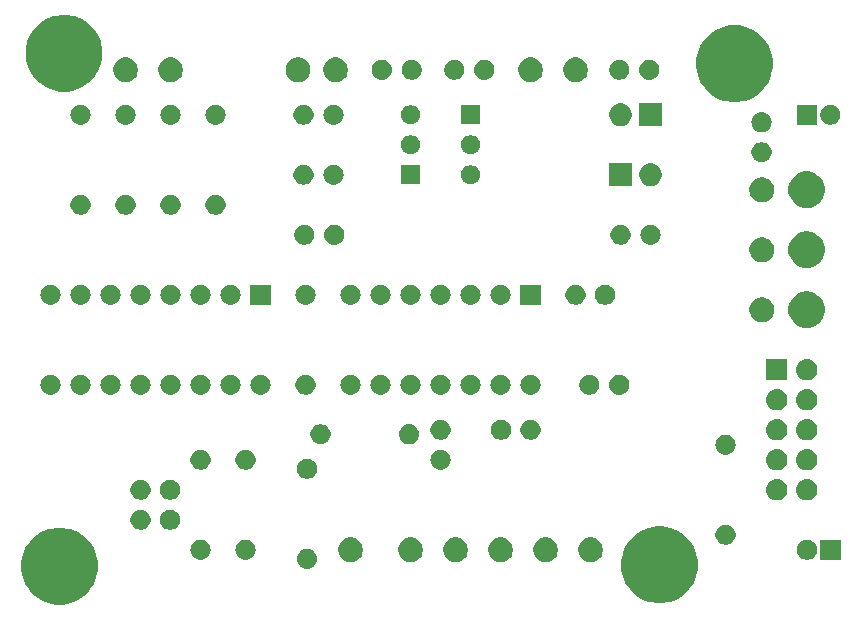
<source format=gbr>
G04 #@! TF.GenerationSoftware,KiCad,Pcbnew,(5.1.0-0)*
G04 #@! TF.CreationDate,2019-05-09T12:41:26+01:00*
G04 #@! TF.ProjectId,MS20filter,4d533230-6669-46c7-9465-722e6b696361,rev?*
G04 #@! TF.SameCoordinates,Original*
G04 #@! TF.FileFunction,Soldermask,Bot*
G04 #@! TF.FilePolarity,Negative*
%FSLAX46Y46*%
G04 Gerber Fmt 4.6, Leading zero omitted, Abs format (unit mm)*
G04 Created by KiCad (PCBNEW (5.1.0-0)) date 2019-05-09 12:41:26*
%MOMM*%
%LPD*%
G04 APERTURE LIST*
%ADD10C,0.100000*%
G04 APERTURE END LIST*
D10*
G36*
X196976239Y-71868467D02*
G01*
X197290282Y-71930934D01*
X197881926Y-72176001D01*
X198224323Y-72404784D01*
X198414391Y-72531783D01*
X198867217Y-72984609D01*
X198882388Y-73007314D01*
X199222999Y-73517074D01*
X199468066Y-74108718D01*
X199510294Y-74321015D01*
X199593000Y-74736803D01*
X199593000Y-75377197D01*
X199530533Y-75691239D01*
X199468066Y-76005282D01*
X199222999Y-76596926D01*
X198952075Y-77002391D01*
X198875917Y-77116371D01*
X198867216Y-77129392D01*
X198414392Y-77582216D01*
X197881926Y-77937999D01*
X197290282Y-78183066D01*
X196976239Y-78245533D01*
X196662197Y-78308000D01*
X196021803Y-78308000D01*
X195707761Y-78245533D01*
X195393718Y-78183066D01*
X194802074Y-77937999D01*
X194269608Y-77582216D01*
X193816784Y-77129392D01*
X193808084Y-77116371D01*
X193731925Y-77002391D01*
X193461001Y-76596926D01*
X193215934Y-76005282D01*
X193153467Y-75691239D01*
X193091000Y-75377197D01*
X193091000Y-74736803D01*
X193173706Y-74321015D01*
X193215934Y-74108718D01*
X193461001Y-73517074D01*
X193801612Y-73007314D01*
X193816783Y-72984609D01*
X194269609Y-72531783D01*
X194459677Y-72404784D01*
X194802074Y-72176001D01*
X195393718Y-71930934D01*
X195707761Y-71868467D01*
X196021803Y-71806000D01*
X196662197Y-71806000D01*
X196976239Y-71868467D01*
X196976239Y-71868467D01*
G37*
G36*
X247713488Y-71728985D02*
G01*
X248090282Y-71803934D01*
X248681926Y-72049001D01*
X248942830Y-72223332D01*
X249214391Y-72404783D01*
X249667217Y-72857609D01*
X249701518Y-72908944D01*
X250022999Y-73390074D01*
X250261728Y-73966417D01*
X250268066Y-73981719D01*
X250393000Y-74609803D01*
X250393000Y-75250197D01*
X250361747Y-75407314D01*
X250268066Y-75878282D01*
X250022999Y-76469926D01*
X249667216Y-77002392D01*
X249214392Y-77455216D01*
X248681926Y-77810999D01*
X248090282Y-78056066D01*
X247776239Y-78118533D01*
X247462197Y-78181000D01*
X246821803Y-78181000D01*
X246507761Y-78118533D01*
X246193718Y-78056066D01*
X245602074Y-77810999D01*
X245069608Y-77455216D01*
X244616784Y-77002392D01*
X244261001Y-76469926D01*
X244015934Y-75878282D01*
X243922253Y-75407314D01*
X243891000Y-75250197D01*
X243891000Y-74609803D01*
X244015934Y-73981719D01*
X244022272Y-73966417D01*
X244261001Y-73390074D01*
X244582482Y-72908944D01*
X244616783Y-72857609D01*
X245069609Y-72404783D01*
X245341170Y-72223332D01*
X245602074Y-72049001D01*
X246193718Y-71803934D01*
X246570512Y-71728985D01*
X246821803Y-71679000D01*
X247462197Y-71679000D01*
X247713488Y-71728985D01*
X247713488Y-71728985D01*
G37*
G36*
X217463823Y-73583313D02*
G01*
X217624242Y-73631976D01*
X217689041Y-73666612D01*
X217772078Y-73710996D01*
X217901659Y-73817341D01*
X218008004Y-73946922D01*
X218008005Y-73946924D01*
X218087024Y-74094758D01*
X218135687Y-74255177D01*
X218152117Y-74422000D01*
X218135687Y-74588823D01*
X218087024Y-74749242D01*
X218036711Y-74843371D01*
X218008004Y-74897078D01*
X217901659Y-75026659D01*
X217772078Y-75133004D01*
X217772076Y-75133005D01*
X217624242Y-75212024D01*
X217624239Y-75212025D01*
X217594380Y-75221083D01*
X217463823Y-75260687D01*
X217338804Y-75273000D01*
X217255196Y-75273000D01*
X217130177Y-75260687D01*
X216999620Y-75221083D01*
X216969761Y-75212025D01*
X216969758Y-75212024D01*
X216821924Y-75133005D01*
X216821922Y-75133004D01*
X216692341Y-75026659D01*
X216585996Y-74897078D01*
X216557289Y-74843371D01*
X216506976Y-74749242D01*
X216458313Y-74588823D01*
X216441883Y-74422000D01*
X216458313Y-74255177D01*
X216506976Y-74094758D01*
X216585995Y-73946924D01*
X216585996Y-73946922D01*
X216692341Y-73817341D01*
X216821922Y-73710996D01*
X216904959Y-73666612D01*
X216969758Y-73631976D01*
X217130177Y-73583313D01*
X217255196Y-73571000D01*
X217338804Y-73571000D01*
X217463823Y-73583313D01*
X217463823Y-73583313D01*
G37*
G36*
X233986416Y-72649879D02*
G01*
X234110846Y-72701420D01*
X234177594Y-72729068D01*
X234349648Y-72844031D01*
X234495969Y-72990352D01*
X234598732Y-73144147D01*
X234610933Y-73162408D01*
X234690121Y-73353584D01*
X234730490Y-73556534D01*
X234730490Y-73763466D01*
X234690121Y-73966416D01*
X234610933Y-74157592D01*
X234610932Y-74157594D01*
X234495969Y-74329648D01*
X234349648Y-74475969D01*
X234177594Y-74590932D01*
X234177593Y-74590933D01*
X234177592Y-74590933D01*
X233986416Y-74670121D01*
X233783466Y-74710490D01*
X233576534Y-74710490D01*
X233373584Y-74670121D01*
X233182408Y-74590933D01*
X233182407Y-74590933D01*
X233182406Y-74590932D01*
X233010352Y-74475969D01*
X232864031Y-74329648D01*
X232749068Y-74157594D01*
X232749067Y-74157592D01*
X232669879Y-73966416D01*
X232629510Y-73763466D01*
X232629510Y-73556534D01*
X232669879Y-73353584D01*
X232749067Y-73162408D01*
X232761269Y-73144147D01*
X232864031Y-72990352D01*
X233010352Y-72844031D01*
X233182406Y-72729068D01*
X233249154Y-72701420D01*
X233373584Y-72649879D01*
X233576534Y-72609510D01*
X233783466Y-72609510D01*
X233986416Y-72649879D01*
X233986416Y-72649879D01*
G37*
G36*
X221286416Y-72649879D02*
G01*
X221410846Y-72701420D01*
X221477594Y-72729068D01*
X221649648Y-72844031D01*
X221795969Y-72990352D01*
X221898732Y-73144147D01*
X221910933Y-73162408D01*
X221990121Y-73353584D01*
X222030490Y-73556534D01*
X222030490Y-73763466D01*
X221990121Y-73966416D01*
X221910933Y-74157592D01*
X221910932Y-74157594D01*
X221795969Y-74329648D01*
X221649648Y-74475969D01*
X221477594Y-74590932D01*
X221477593Y-74590933D01*
X221477592Y-74590933D01*
X221286416Y-74670121D01*
X221083466Y-74710490D01*
X220876534Y-74710490D01*
X220673584Y-74670121D01*
X220482408Y-74590933D01*
X220482407Y-74590933D01*
X220482406Y-74590932D01*
X220310352Y-74475969D01*
X220164031Y-74329648D01*
X220049068Y-74157594D01*
X220049067Y-74157592D01*
X219969879Y-73966416D01*
X219929510Y-73763466D01*
X219929510Y-73556534D01*
X219969879Y-73353584D01*
X220049067Y-73162408D01*
X220061269Y-73144147D01*
X220164031Y-72990352D01*
X220310352Y-72844031D01*
X220482406Y-72729068D01*
X220549154Y-72701420D01*
X220673584Y-72649879D01*
X220876534Y-72609510D01*
X221083466Y-72609510D01*
X221286416Y-72649879D01*
X221286416Y-72649879D01*
G37*
G36*
X226366416Y-72649879D02*
G01*
X226490846Y-72701420D01*
X226557594Y-72729068D01*
X226729648Y-72844031D01*
X226875969Y-72990352D01*
X226978732Y-73144147D01*
X226990933Y-73162408D01*
X227070121Y-73353584D01*
X227110490Y-73556534D01*
X227110490Y-73763466D01*
X227070121Y-73966416D01*
X226990933Y-74157592D01*
X226990932Y-74157594D01*
X226875969Y-74329648D01*
X226729648Y-74475969D01*
X226557594Y-74590932D01*
X226557593Y-74590933D01*
X226557592Y-74590933D01*
X226366416Y-74670121D01*
X226163466Y-74710490D01*
X225956534Y-74710490D01*
X225753584Y-74670121D01*
X225562408Y-74590933D01*
X225562407Y-74590933D01*
X225562406Y-74590932D01*
X225390352Y-74475969D01*
X225244031Y-74329648D01*
X225129068Y-74157594D01*
X225129067Y-74157592D01*
X225049879Y-73966416D01*
X225009510Y-73763466D01*
X225009510Y-73556534D01*
X225049879Y-73353584D01*
X225129067Y-73162408D01*
X225141269Y-73144147D01*
X225244031Y-72990352D01*
X225390352Y-72844031D01*
X225562406Y-72729068D01*
X225629154Y-72701420D01*
X225753584Y-72649879D01*
X225956534Y-72609510D01*
X226163466Y-72609510D01*
X226366416Y-72649879D01*
X226366416Y-72649879D01*
G37*
G36*
X230176416Y-72649879D02*
G01*
X230300846Y-72701420D01*
X230367594Y-72729068D01*
X230539648Y-72844031D01*
X230685969Y-72990352D01*
X230788732Y-73144147D01*
X230800933Y-73162408D01*
X230880121Y-73353584D01*
X230920490Y-73556534D01*
X230920490Y-73763466D01*
X230880121Y-73966416D01*
X230800933Y-74157592D01*
X230800932Y-74157594D01*
X230685969Y-74329648D01*
X230539648Y-74475969D01*
X230367594Y-74590932D01*
X230367593Y-74590933D01*
X230367592Y-74590933D01*
X230176416Y-74670121D01*
X229973466Y-74710490D01*
X229766534Y-74710490D01*
X229563584Y-74670121D01*
X229372408Y-74590933D01*
X229372407Y-74590933D01*
X229372406Y-74590932D01*
X229200352Y-74475969D01*
X229054031Y-74329648D01*
X228939068Y-74157594D01*
X228939067Y-74157592D01*
X228859879Y-73966416D01*
X228819510Y-73763466D01*
X228819510Y-73556534D01*
X228859879Y-73353584D01*
X228939067Y-73162408D01*
X228951269Y-73144147D01*
X229054031Y-72990352D01*
X229200352Y-72844031D01*
X229372406Y-72729068D01*
X229439154Y-72701420D01*
X229563584Y-72649879D01*
X229766534Y-72609510D01*
X229973466Y-72609510D01*
X230176416Y-72649879D01*
X230176416Y-72649879D01*
G37*
G36*
X237796416Y-72649879D02*
G01*
X237920846Y-72701420D01*
X237987594Y-72729068D01*
X238159648Y-72844031D01*
X238305969Y-72990352D01*
X238408732Y-73144147D01*
X238420933Y-73162408D01*
X238500121Y-73353584D01*
X238540490Y-73556534D01*
X238540490Y-73763466D01*
X238500121Y-73966416D01*
X238420933Y-74157592D01*
X238420932Y-74157594D01*
X238305969Y-74329648D01*
X238159648Y-74475969D01*
X237987594Y-74590932D01*
X237987593Y-74590933D01*
X237987592Y-74590933D01*
X237796416Y-74670121D01*
X237593466Y-74710490D01*
X237386534Y-74710490D01*
X237183584Y-74670121D01*
X236992408Y-74590933D01*
X236992407Y-74590933D01*
X236992406Y-74590932D01*
X236820352Y-74475969D01*
X236674031Y-74329648D01*
X236559068Y-74157594D01*
X236559067Y-74157592D01*
X236479879Y-73966416D01*
X236439510Y-73763466D01*
X236439510Y-73556534D01*
X236479879Y-73353584D01*
X236559067Y-73162408D01*
X236571269Y-73144147D01*
X236674031Y-72990352D01*
X236820352Y-72844031D01*
X236992406Y-72729068D01*
X237059154Y-72701420D01*
X237183584Y-72649879D01*
X237386534Y-72609510D01*
X237593466Y-72609510D01*
X237796416Y-72649879D01*
X237796416Y-72649879D01*
G37*
G36*
X241606416Y-72649879D02*
G01*
X241730846Y-72701420D01*
X241797594Y-72729068D01*
X241969648Y-72844031D01*
X242115969Y-72990352D01*
X242218732Y-73144147D01*
X242230933Y-73162408D01*
X242310121Y-73353584D01*
X242350490Y-73556534D01*
X242350490Y-73763466D01*
X242310121Y-73966416D01*
X242230933Y-74157592D01*
X242230932Y-74157594D01*
X242115969Y-74329648D01*
X241969648Y-74475969D01*
X241797594Y-74590932D01*
X241797593Y-74590933D01*
X241797592Y-74590933D01*
X241606416Y-74670121D01*
X241403466Y-74710490D01*
X241196534Y-74710490D01*
X240993584Y-74670121D01*
X240802408Y-74590933D01*
X240802407Y-74590933D01*
X240802406Y-74590932D01*
X240630352Y-74475969D01*
X240484031Y-74329648D01*
X240369068Y-74157594D01*
X240369067Y-74157592D01*
X240289879Y-73966416D01*
X240249510Y-73763466D01*
X240249510Y-73556534D01*
X240289879Y-73353584D01*
X240369067Y-73162408D01*
X240381269Y-73144147D01*
X240484031Y-72990352D01*
X240630352Y-72844031D01*
X240802406Y-72729068D01*
X240869154Y-72701420D01*
X240993584Y-72649879D01*
X241196534Y-72609510D01*
X241403466Y-72609510D01*
X241606416Y-72649879D01*
X241606416Y-72649879D01*
G37*
G36*
X259868228Y-72841703D02*
G01*
X260023100Y-72905853D01*
X260162481Y-72998985D01*
X260281015Y-73117519D01*
X260374147Y-73256900D01*
X260438297Y-73411772D01*
X260471000Y-73576184D01*
X260471000Y-73743816D01*
X260438297Y-73908228D01*
X260374147Y-74063100D01*
X260281015Y-74202481D01*
X260162481Y-74321015D01*
X260023100Y-74414147D01*
X259868228Y-74478297D01*
X259703816Y-74511000D01*
X259536184Y-74511000D01*
X259371772Y-74478297D01*
X259216900Y-74414147D01*
X259077519Y-74321015D01*
X258958985Y-74202481D01*
X258865853Y-74063100D01*
X258801703Y-73908228D01*
X258769000Y-73743816D01*
X258769000Y-73576184D01*
X258801703Y-73411772D01*
X258865853Y-73256900D01*
X258958985Y-73117519D01*
X259077519Y-72998985D01*
X259216900Y-72905853D01*
X259371772Y-72841703D01*
X259536184Y-72809000D01*
X259703816Y-72809000D01*
X259868228Y-72841703D01*
X259868228Y-72841703D01*
G37*
G36*
X262471000Y-74511000D02*
G01*
X260769000Y-74511000D01*
X260769000Y-72809000D01*
X262471000Y-72809000D01*
X262471000Y-74511000D01*
X262471000Y-74511000D01*
G37*
G36*
X212256823Y-72821313D02*
G01*
X212417242Y-72869976D01*
X212549906Y-72940886D01*
X212565078Y-72948996D01*
X212694659Y-73055341D01*
X212801004Y-73184922D01*
X212801005Y-73184924D01*
X212880024Y-73332758D01*
X212928687Y-73493177D01*
X212945117Y-73660000D01*
X212928687Y-73826823D01*
X212880024Y-73987242D01*
X212839477Y-74063100D01*
X212801004Y-74135078D01*
X212694659Y-74264659D01*
X212565078Y-74371004D01*
X212565076Y-74371005D01*
X212417242Y-74450024D01*
X212256823Y-74498687D01*
X212131804Y-74511000D01*
X212048196Y-74511000D01*
X211923177Y-74498687D01*
X211762758Y-74450024D01*
X211614924Y-74371005D01*
X211614922Y-74371004D01*
X211485341Y-74264659D01*
X211378996Y-74135078D01*
X211340523Y-74063100D01*
X211299976Y-73987242D01*
X211251313Y-73826823D01*
X211234883Y-73660000D01*
X211251313Y-73493177D01*
X211299976Y-73332758D01*
X211378995Y-73184924D01*
X211378996Y-73184922D01*
X211485341Y-73055341D01*
X211614922Y-72948996D01*
X211630094Y-72940886D01*
X211762758Y-72869976D01*
X211923177Y-72821313D01*
X212048196Y-72809000D01*
X212131804Y-72809000D01*
X212256823Y-72821313D01*
X212256823Y-72821313D01*
G37*
G36*
X208446823Y-72821313D02*
G01*
X208607242Y-72869976D01*
X208739906Y-72940886D01*
X208755078Y-72948996D01*
X208884659Y-73055341D01*
X208991004Y-73184922D01*
X208991005Y-73184924D01*
X209070024Y-73332758D01*
X209118687Y-73493177D01*
X209135117Y-73660000D01*
X209118687Y-73826823D01*
X209070024Y-73987242D01*
X209029477Y-74063100D01*
X208991004Y-74135078D01*
X208884659Y-74264659D01*
X208755078Y-74371004D01*
X208755076Y-74371005D01*
X208607242Y-74450024D01*
X208446823Y-74498687D01*
X208321804Y-74511000D01*
X208238196Y-74511000D01*
X208113177Y-74498687D01*
X207952758Y-74450024D01*
X207804924Y-74371005D01*
X207804922Y-74371004D01*
X207675341Y-74264659D01*
X207568996Y-74135078D01*
X207530523Y-74063100D01*
X207489976Y-73987242D01*
X207441313Y-73826823D01*
X207424883Y-73660000D01*
X207441313Y-73493177D01*
X207489976Y-73332758D01*
X207568995Y-73184924D01*
X207568996Y-73184922D01*
X207675341Y-73055341D01*
X207804922Y-72948996D01*
X207820094Y-72940886D01*
X207952758Y-72869976D01*
X208113177Y-72821313D01*
X208238196Y-72809000D01*
X208321804Y-72809000D01*
X208446823Y-72821313D01*
X208446823Y-72821313D01*
G37*
G36*
X252978228Y-71571703D02*
G01*
X253133100Y-71635853D01*
X253272481Y-71728985D01*
X253391015Y-71847519D01*
X253484147Y-71986900D01*
X253548297Y-72141772D01*
X253581000Y-72306184D01*
X253581000Y-72473816D01*
X253548297Y-72638228D01*
X253484147Y-72793100D01*
X253391015Y-72932481D01*
X253272481Y-73051015D01*
X253133100Y-73144147D01*
X252978228Y-73208297D01*
X252813816Y-73241000D01*
X252646184Y-73241000D01*
X252481772Y-73208297D01*
X252326900Y-73144147D01*
X252187519Y-73051015D01*
X252068985Y-72932481D01*
X251975853Y-72793100D01*
X251911703Y-72638228D01*
X251879000Y-72473816D01*
X251879000Y-72306184D01*
X251911703Y-72141772D01*
X251975853Y-71986900D01*
X252068985Y-71847519D01*
X252187519Y-71728985D01*
X252326900Y-71635853D01*
X252481772Y-71571703D01*
X252646184Y-71539000D01*
X252813816Y-71539000D01*
X252978228Y-71571703D01*
X252978228Y-71571703D01*
G37*
G36*
X203448228Y-70301703D02*
G01*
X203603100Y-70365853D01*
X203742481Y-70458985D01*
X203861015Y-70577519D01*
X203954147Y-70716900D01*
X204018297Y-70871772D01*
X204051000Y-71036184D01*
X204051000Y-71203816D01*
X204018297Y-71368228D01*
X203954147Y-71523100D01*
X203861015Y-71662481D01*
X203742481Y-71781015D01*
X203603100Y-71874147D01*
X203448228Y-71938297D01*
X203283816Y-71971000D01*
X203116184Y-71971000D01*
X202951772Y-71938297D01*
X202796900Y-71874147D01*
X202657519Y-71781015D01*
X202538985Y-71662481D01*
X202445853Y-71523100D01*
X202381703Y-71368228D01*
X202349000Y-71203816D01*
X202349000Y-71036184D01*
X202381703Y-70871772D01*
X202445853Y-70716900D01*
X202538985Y-70577519D01*
X202657519Y-70458985D01*
X202796900Y-70365853D01*
X202951772Y-70301703D01*
X203116184Y-70269000D01*
X203283816Y-70269000D01*
X203448228Y-70301703D01*
X203448228Y-70301703D01*
G37*
G36*
X205948228Y-70301703D02*
G01*
X206103100Y-70365853D01*
X206242481Y-70458985D01*
X206361015Y-70577519D01*
X206454147Y-70716900D01*
X206518297Y-70871772D01*
X206551000Y-71036184D01*
X206551000Y-71203816D01*
X206518297Y-71368228D01*
X206454147Y-71523100D01*
X206361015Y-71662481D01*
X206242481Y-71781015D01*
X206103100Y-71874147D01*
X205948228Y-71938297D01*
X205783816Y-71971000D01*
X205616184Y-71971000D01*
X205451772Y-71938297D01*
X205296900Y-71874147D01*
X205157519Y-71781015D01*
X205038985Y-71662481D01*
X204945853Y-71523100D01*
X204881703Y-71368228D01*
X204849000Y-71203816D01*
X204849000Y-71036184D01*
X204881703Y-70871772D01*
X204945853Y-70716900D01*
X205038985Y-70577519D01*
X205157519Y-70458985D01*
X205296900Y-70365853D01*
X205451772Y-70301703D01*
X205616184Y-70269000D01*
X205783816Y-70269000D01*
X205948228Y-70301703D01*
X205948228Y-70301703D01*
G37*
G36*
X257180443Y-67685519D02*
G01*
X257246627Y-67692037D01*
X257416466Y-67743557D01*
X257572991Y-67827222D01*
X257608729Y-67856552D01*
X257710186Y-67939814D01*
X257790369Y-68037519D01*
X257822778Y-68077009D01*
X257906443Y-68233534D01*
X257957963Y-68403373D01*
X257975359Y-68580000D01*
X257957963Y-68756627D01*
X257906443Y-68926466D01*
X257822778Y-69082991D01*
X257793448Y-69118729D01*
X257710186Y-69220186D01*
X257608729Y-69303448D01*
X257572991Y-69332778D01*
X257416466Y-69416443D01*
X257246627Y-69467963D01*
X257180442Y-69474482D01*
X257114260Y-69481000D01*
X257025740Y-69481000D01*
X256959558Y-69474482D01*
X256893373Y-69467963D01*
X256723534Y-69416443D01*
X256567009Y-69332778D01*
X256531271Y-69303448D01*
X256429814Y-69220186D01*
X256346552Y-69118729D01*
X256317222Y-69082991D01*
X256233557Y-68926466D01*
X256182037Y-68756627D01*
X256164641Y-68580000D01*
X256182037Y-68403373D01*
X256233557Y-68233534D01*
X256317222Y-68077009D01*
X256349631Y-68037519D01*
X256429814Y-67939814D01*
X256531271Y-67856552D01*
X256567009Y-67827222D01*
X256723534Y-67743557D01*
X256893373Y-67692037D01*
X256959557Y-67685519D01*
X257025740Y-67679000D01*
X257114260Y-67679000D01*
X257180443Y-67685519D01*
X257180443Y-67685519D01*
G37*
G36*
X259720443Y-67685519D02*
G01*
X259786627Y-67692037D01*
X259956466Y-67743557D01*
X260112991Y-67827222D01*
X260148729Y-67856552D01*
X260250186Y-67939814D01*
X260330369Y-68037519D01*
X260362778Y-68077009D01*
X260446443Y-68233534D01*
X260497963Y-68403373D01*
X260515359Y-68580000D01*
X260497963Y-68756627D01*
X260446443Y-68926466D01*
X260362778Y-69082991D01*
X260333448Y-69118729D01*
X260250186Y-69220186D01*
X260148729Y-69303448D01*
X260112991Y-69332778D01*
X259956466Y-69416443D01*
X259786627Y-69467963D01*
X259720442Y-69474482D01*
X259654260Y-69481000D01*
X259565740Y-69481000D01*
X259499558Y-69474482D01*
X259433373Y-69467963D01*
X259263534Y-69416443D01*
X259107009Y-69332778D01*
X259071271Y-69303448D01*
X258969814Y-69220186D01*
X258886552Y-69118729D01*
X258857222Y-69082991D01*
X258773557Y-68926466D01*
X258722037Y-68756627D01*
X258704641Y-68580000D01*
X258722037Y-68403373D01*
X258773557Y-68233534D01*
X258857222Y-68077009D01*
X258889631Y-68037519D01*
X258969814Y-67939814D01*
X259071271Y-67856552D01*
X259107009Y-67827222D01*
X259263534Y-67743557D01*
X259433373Y-67692037D01*
X259499557Y-67685519D01*
X259565740Y-67679000D01*
X259654260Y-67679000D01*
X259720443Y-67685519D01*
X259720443Y-67685519D01*
G37*
G36*
X205948228Y-67761703D02*
G01*
X206103100Y-67825853D01*
X206242481Y-67918985D01*
X206361015Y-68037519D01*
X206454147Y-68176900D01*
X206518297Y-68331772D01*
X206551000Y-68496184D01*
X206551000Y-68663816D01*
X206518297Y-68828228D01*
X206454147Y-68983100D01*
X206361015Y-69122481D01*
X206242481Y-69241015D01*
X206103100Y-69334147D01*
X205948228Y-69398297D01*
X205783816Y-69431000D01*
X205616184Y-69431000D01*
X205451772Y-69398297D01*
X205296900Y-69334147D01*
X205157519Y-69241015D01*
X205038985Y-69122481D01*
X204945853Y-68983100D01*
X204881703Y-68828228D01*
X204849000Y-68663816D01*
X204849000Y-68496184D01*
X204881703Y-68331772D01*
X204945853Y-68176900D01*
X205038985Y-68037519D01*
X205157519Y-67918985D01*
X205296900Y-67825853D01*
X205451772Y-67761703D01*
X205616184Y-67729000D01*
X205783816Y-67729000D01*
X205948228Y-67761703D01*
X205948228Y-67761703D01*
G37*
G36*
X203448228Y-67761703D02*
G01*
X203603100Y-67825853D01*
X203742481Y-67918985D01*
X203861015Y-68037519D01*
X203954147Y-68176900D01*
X204018297Y-68331772D01*
X204051000Y-68496184D01*
X204051000Y-68663816D01*
X204018297Y-68828228D01*
X203954147Y-68983100D01*
X203861015Y-69122481D01*
X203742481Y-69241015D01*
X203603100Y-69334147D01*
X203448228Y-69398297D01*
X203283816Y-69431000D01*
X203116184Y-69431000D01*
X202951772Y-69398297D01*
X202796900Y-69334147D01*
X202657519Y-69241015D01*
X202538985Y-69122481D01*
X202445853Y-68983100D01*
X202381703Y-68828228D01*
X202349000Y-68663816D01*
X202349000Y-68496184D01*
X202381703Y-68331772D01*
X202445853Y-68176900D01*
X202538985Y-68037519D01*
X202657519Y-67918985D01*
X202796900Y-67825853D01*
X202951772Y-67761703D01*
X203116184Y-67729000D01*
X203283816Y-67729000D01*
X203448228Y-67761703D01*
X203448228Y-67761703D01*
G37*
G36*
X217545228Y-65983703D02*
G01*
X217700100Y-66047853D01*
X217839481Y-66140985D01*
X217958015Y-66259519D01*
X218051147Y-66398900D01*
X218115297Y-66553772D01*
X218148000Y-66718184D01*
X218148000Y-66885816D01*
X218115297Y-67050228D01*
X218051147Y-67205100D01*
X217958015Y-67344481D01*
X217839481Y-67463015D01*
X217700100Y-67556147D01*
X217545228Y-67620297D01*
X217380816Y-67653000D01*
X217213184Y-67653000D01*
X217048772Y-67620297D01*
X216893900Y-67556147D01*
X216754519Y-67463015D01*
X216635985Y-67344481D01*
X216542853Y-67205100D01*
X216478703Y-67050228D01*
X216446000Y-66885816D01*
X216446000Y-66718184D01*
X216478703Y-66553772D01*
X216542853Y-66398900D01*
X216635985Y-66259519D01*
X216754519Y-66140985D01*
X216893900Y-66047853D01*
X217048772Y-65983703D01*
X217213184Y-65951000D01*
X217380816Y-65951000D01*
X217545228Y-65983703D01*
X217545228Y-65983703D01*
G37*
G36*
X259720442Y-65145518D02*
G01*
X259786627Y-65152037D01*
X259956466Y-65203557D01*
X260112991Y-65287222D01*
X260148729Y-65316552D01*
X260250186Y-65399814D01*
X260330369Y-65497519D01*
X260362778Y-65537009D01*
X260446443Y-65693534D01*
X260497963Y-65863373D01*
X260515359Y-66040000D01*
X260497963Y-66216627D01*
X260446443Y-66386466D01*
X260362778Y-66542991D01*
X260353931Y-66553771D01*
X260250186Y-66680186D01*
X260148729Y-66763448D01*
X260112991Y-66792778D01*
X259956466Y-66876443D01*
X259786627Y-66927963D01*
X259720442Y-66934482D01*
X259654260Y-66941000D01*
X259565740Y-66941000D01*
X259499558Y-66934482D01*
X259433373Y-66927963D01*
X259263534Y-66876443D01*
X259107009Y-66792778D01*
X259071271Y-66763448D01*
X258969814Y-66680186D01*
X258866069Y-66553771D01*
X258857222Y-66542991D01*
X258773557Y-66386466D01*
X258722037Y-66216627D01*
X258704641Y-66040000D01*
X258722037Y-65863373D01*
X258773557Y-65693534D01*
X258857222Y-65537009D01*
X258889631Y-65497519D01*
X258969814Y-65399814D01*
X259071271Y-65316552D01*
X259107009Y-65287222D01*
X259263534Y-65203557D01*
X259433373Y-65152037D01*
X259499558Y-65145518D01*
X259565740Y-65139000D01*
X259654260Y-65139000D01*
X259720442Y-65145518D01*
X259720442Y-65145518D01*
G37*
G36*
X257180442Y-65145518D02*
G01*
X257246627Y-65152037D01*
X257416466Y-65203557D01*
X257572991Y-65287222D01*
X257608729Y-65316552D01*
X257710186Y-65399814D01*
X257790369Y-65497519D01*
X257822778Y-65537009D01*
X257906443Y-65693534D01*
X257957963Y-65863373D01*
X257975359Y-66040000D01*
X257957963Y-66216627D01*
X257906443Y-66386466D01*
X257822778Y-66542991D01*
X257813931Y-66553771D01*
X257710186Y-66680186D01*
X257608729Y-66763448D01*
X257572991Y-66792778D01*
X257416466Y-66876443D01*
X257246627Y-66927963D01*
X257180442Y-66934482D01*
X257114260Y-66941000D01*
X257025740Y-66941000D01*
X256959558Y-66934482D01*
X256893373Y-66927963D01*
X256723534Y-66876443D01*
X256567009Y-66792778D01*
X256531271Y-66763448D01*
X256429814Y-66680186D01*
X256326069Y-66553771D01*
X256317222Y-66542991D01*
X256233557Y-66386466D01*
X256182037Y-66216627D01*
X256164641Y-66040000D01*
X256182037Y-65863373D01*
X256233557Y-65693534D01*
X256317222Y-65537009D01*
X256349631Y-65497519D01*
X256429814Y-65399814D01*
X256531271Y-65316552D01*
X256567009Y-65287222D01*
X256723534Y-65203557D01*
X256893373Y-65152037D01*
X256959558Y-65145518D01*
X257025740Y-65139000D01*
X257114260Y-65139000D01*
X257180442Y-65145518D01*
X257180442Y-65145518D01*
G37*
G36*
X212338228Y-65221703D02*
G01*
X212493100Y-65285853D01*
X212632481Y-65378985D01*
X212751015Y-65497519D01*
X212844147Y-65636900D01*
X212908297Y-65791772D01*
X212941000Y-65956184D01*
X212941000Y-66123816D01*
X212908297Y-66288228D01*
X212844147Y-66443100D01*
X212751015Y-66582481D01*
X212632481Y-66701015D01*
X212493100Y-66794147D01*
X212338228Y-66858297D01*
X212173816Y-66891000D01*
X212006184Y-66891000D01*
X211841772Y-66858297D01*
X211686900Y-66794147D01*
X211547519Y-66701015D01*
X211428985Y-66582481D01*
X211335853Y-66443100D01*
X211271703Y-66288228D01*
X211239000Y-66123816D01*
X211239000Y-65956184D01*
X211271703Y-65791772D01*
X211335853Y-65636900D01*
X211428985Y-65497519D01*
X211547519Y-65378985D01*
X211686900Y-65285853D01*
X211841772Y-65221703D01*
X212006184Y-65189000D01*
X212173816Y-65189000D01*
X212338228Y-65221703D01*
X212338228Y-65221703D01*
G37*
G36*
X208528228Y-65221703D02*
G01*
X208683100Y-65285853D01*
X208822481Y-65378985D01*
X208941015Y-65497519D01*
X209034147Y-65636900D01*
X209098297Y-65791772D01*
X209131000Y-65956184D01*
X209131000Y-66123816D01*
X209098297Y-66288228D01*
X209034147Y-66443100D01*
X208941015Y-66582481D01*
X208822481Y-66701015D01*
X208683100Y-66794147D01*
X208528228Y-66858297D01*
X208363816Y-66891000D01*
X208196184Y-66891000D01*
X208031772Y-66858297D01*
X207876900Y-66794147D01*
X207737519Y-66701015D01*
X207618985Y-66582481D01*
X207525853Y-66443100D01*
X207461703Y-66288228D01*
X207429000Y-66123816D01*
X207429000Y-65956184D01*
X207461703Y-65791772D01*
X207525853Y-65636900D01*
X207618985Y-65497519D01*
X207737519Y-65378985D01*
X207876900Y-65285853D01*
X208031772Y-65221703D01*
X208196184Y-65189000D01*
X208363816Y-65189000D01*
X208528228Y-65221703D01*
X208528228Y-65221703D01*
G37*
G36*
X228766823Y-65201313D02*
G01*
X228927242Y-65249976D01*
X228994361Y-65285852D01*
X229075078Y-65328996D01*
X229204659Y-65435341D01*
X229311004Y-65564922D01*
X229311005Y-65564924D01*
X229390024Y-65712758D01*
X229438687Y-65873177D01*
X229455117Y-66040000D01*
X229438687Y-66206823D01*
X229390024Y-66367242D01*
X229349477Y-66443100D01*
X229311004Y-66515078D01*
X229204659Y-66644659D01*
X229075078Y-66751004D01*
X229075076Y-66751005D01*
X228927242Y-66830024D01*
X228766823Y-66878687D01*
X228641804Y-66891000D01*
X228558196Y-66891000D01*
X228433177Y-66878687D01*
X228272758Y-66830024D01*
X228124924Y-66751005D01*
X228124922Y-66751004D01*
X227995341Y-66644659D01*
X227888996Y-66515078D01*
X227850523Y-66443100D01*
X227809976Y-66367242D01*
X227761313Y-66206823D01*
X227744883Y-66040000D01*
X227761313Y-65873177D01*
X227809976Y-65712758D01*
X227888995Y-65564924D01*
X227888996Y-65564922D01*
X227995341Y-65435341D01*
X228124922Y-65328996D01*
X228205639Y-65285852D01*
X228272758Y-65249976D01*
X228433177Y-65201313D01*
X228558196Y-65189000D01*
X228641804Y-65189000D01*
X228766823Y-65201313D01*
X228766823Y-65201313D01*
G37*
G36*
X252896823Y-63931313D02*
G01*
X253057242Y-63979976D01*
X253184175Y-64047823D01*
X253205078Y-64058996D01*
X253334659Y-64165341D01*
X253441004Y-64294922D01*
X253441005Y-64294924D01*
X253520024Y-64442758D01*
X253568687Y-64603177D01*
X253585117Y-64770000D01*
X253568687Y-64936823D01*
X253520024Y-65097242D01*
X253490735Y-65152037D01*
X253441004Y-65245078D01*
X253334659Y-65374659D01*
X253205078Y-65481004D01*
X253205076Y-65481005D01*
X253057242Y-65560024D01*
X252896823Y-65608687D01*
X252771804Y-65621000D01*
X252688196Y-65621000D01*
X252563177Y-65608687D01*
X252402758Y-65560024D01*
X252254924Y-65481005D01*
X252254922Y-65481004D01*
X252125341Y-65374659D01*
X252018996Y-65245078D01*
X251969265Y-65152037D01*
X251939976Y-65097242D01*
X251891313Y-64936823D01*
X251874883Y-64770000D01*
X251891313Y-64603177D01*
X251939976Y-64442758D01*
X252018995Y-64294924D01*
X252018996Y-64294922D01*
X252125341Y-64165341D01*
X252254922Y-64058996D01*
X252275825Y-64047823D01*
X252402758Y-63979976D01*
X252563177Y-63931313D01*
X252688196Y-63919000D01*
X252771804Y-63919000D01*
X252896823Y-63931313D01*
X252896823Y-63931313D01*
G37*
G36*
X218688228Y-63062703D02*
G01*
X218843100Y-63126853D01*
X218982481Y-63219985D01*
X219101015Y-63338519D01*
X219194147Y-63477900D01*
X219258297Y-63632772D01*
X219291000Y-63797184D01*
X219291000Y-63964816D01*
X219258297Y-64129228D01*
X219194147Y-64284100D01*
X219101015Y-64423481D01*
X218982481Y-64542015D01*
X218843100Y-64635147D01*
X218688228Y-64699297D01*
X218523816Y-64732000D01*
X218356184Y-64732000D01*
X218191772Y-64699297D01*
X218036900Y-64635147D01*
X217897519Y-64542015D01*
X217778985Y-64423481D01*
X217685853Y-64284100D01*
X217621703Y-64129228D01*
X217589000Y-63964816D01*
X217589000Y-63797184D01*
X217621703Y-63632772D01*
X217685853Y-63477900D01*
X217778985Y-63338519D01*
X217897519Y-63219985D01*
X218036900Y-63126853D01*
X218191772Y-63062703D01*
X218356184Y-63030000D01*
X218523816Y-63030000D01*
X218688228Y-63062703D01*
X218688228Y-63062703D01*
G37*
G36*
X226106823Y-63042313D02*
G01*
X226267242Y-63090976D01*
X226334361Y-63126852D01*
X226415078Y-63169996D01*
X226544659Y-63276341D01*
X226651004Y-63405922D01*
X226651005Y-63405924D01*
X226730024Y-63553758D01*
X226778687Y-63714177D01*
X226795117Y-63881000D01*
X226778687Y-64047823D01*
X226730024Y-64208242D01*
X226683691Y-64294924D01*
X226651004Y-64356078D01*
X226544659Y-64485659D01*
X226415078Y-64592004D01*
X226415076Y-64592005D01*
X226267242Y-64671024D01*
X226106823Y-64719687D01*
X225981804Y-64732000D01*
X225898196Y-64732000D01*
X225773177Y-64719687D01*
X225612758Y-64671024D01*
X225464924Y-64592005D01*
X225464922Y-64592004D01*
X225335341Y-64485659D01*
X225228996Y-64356078D01*
X225196309Y-64294924D01*
X225149976Y-64208242D01*
X225101313Y-64047823D01*
X225084883Y-63881000D01*
X225101313Y-63714177D01*
X225149976Y-63553758D01*
X225228995Y-63405924D01*
X225228996Y-63405922D01*
X225335341Y-63276341D01*
X225464922Y-63169996D01*
X225545639Y-63126852D01*
X225612758Y-63090976D01*
X225773177Y-63042313D01*
X225898196Y-63030000D01*
X225981804Y-63030000D01*
X226106823Y-63042313D01*
X226106823Y-63042313D01*
G37*
G36*
X257180442Y-62605518D02*
G01*
X257246627Y-62612037D01*
X257416466Y-62663557D01*
X257572991Y-62747222D01*
X257608729Y-62776552D01*
X257710186Y-62859814D01*
X257790369Y-62957519D01*
X257822778Y-62997009D01*
X257906443Y-63153534D01*
X257957963Y-63323373D01*
X257975359Y-63500000D01*
X257957963Y-63676627D01*
X257906443Y-63846466D01*
X257822778Y-64002991D01*
X257793448Y-64038729D01*
X257710186Y-64140186D01*
X257627262Y-64208239D01*
X257572991Y-64252778D01*
X257416466Y-64336443D01*
X257246627Y-64387963D01*
X257180442Y-64394482D01*
X257114260Y-64401000D01*
X257025740Y-64401000D01*
X256959558Y-64394482D01*
X256893373Y-64387963D01*
X256723534Y-64336443D01*
X256567009Y-64252778D01*
X256512738Y-64208239D01*
X256429814Y-64140186D01*
X256346552Y-64038729D01*
X256317222Y-64002991D01*
X256233557Y-63846466D01*
X256182037Y-63676627D01*
X256164641Y-63500000D01*
X256182037Y-63323373D01*
X256233557Y-63153534D01*
X256317222Y-62997009D01*
X256349631Y-62957519D01*
X256429814Y-62859814D01*
X256531271Y-62776552D01*
X256567009Y-62747222D01*
X256723534Y-62663557D01*
X256893373Y-62612037D01*
X256959558Y-62605518D01*
X257025740Y-62599000D01*
X257114260Y-62599000D01*
X257180442Y-62605518D01*
X257180442Y-62605518D01*
G37*
G36*
X259720442Y-62605518D02*
G01*
X259786627Y-62612037D01*
X259956466Y-62663557D01*
X260112991Y-62747222D01*
X260148729Y-62776552D01*
X260250186Y-62859814D01*
X260330369Y-62957519D01*
X260362778Y-62997009D01*
X260446443Y-63153534D01*
X260497963Y-63323373D01*
X260515359Y-63500000D01*
X260497963Y-63676627D01*
X260446443Y-63846466D01*
X260362778Y-64002991D01*
X260333448Y-64038729D01*
X260250186Y-64140186D01*
X260167262Y-64208239D01*
X260112991Y-64252778D01*
X259956466Y-64336443D01*
X259786627Y-64387963D01*
X259720442Y-64394482D01*
X259654260Y-64401000D01*
X259565740Y-64401000D01*
X259499558Y-64394482D01*
X259433373Y-64387963D01*
X259263534Y-64336443D01*
X259107009Y-64252778D01*
X259052738Y-64208239D01*
X258969814Y-64140186D01*
X258886552Y-64038729D01*
X258857222Y-64002991D01*
X258773557Y-63846466D01*
X258722037Y-63676627D01*
X258704641Y-63500000D01*
X258722037Y-63323373D01*
X258773557Y-63153534D01*
X258857222Y-62997009D01*
X258889631Y-62957519D01*
X258969814Y-62859814D01*
X259071271Y-62776552D01*
X259107009Y-62747222D01*
X259263534Y-62663557D01*
X259433373Y-62612037D01*
X259499558Y-62605518D01*
X259565740Y-62599000D01*
X259654260Y-62599000D01*
X259720442Y-62605518D01*
X259720442Y-62605518D01*
G37*
G36*
X236468228Y-62681703D02*
G01*
X236623100Y-62745853D01*
X236762481Y-62838985D01*
X236881015Y-62957519D01*
X236974147Y-63096900D01*
X237038297Y-63251772D01*
X237071000Y-63416184D01*
X237071000Y-63583816D01*
X237038297Y-63748228D01*
X236974147Y-63903100D01*
X236881015Y-64042481D01*
X236762481Y-64161015D01*
X236623100Y-64254147D01*
X236468228Y-64318297D01*
X236303816Y-64351000D01*
X236136184Y-64351000D01*
X235971772Y-64318297D01*
X235816900Y-64254147D01*
X235677519Y-64161015D01*
X235558985Y-64042481D01*
X235465853Y-63903100D01*
X235401703Y-63748228D01*
X235369000Y-63583816D01*
X235369000Y-63416184D01*
X235401703Y-63251772D01*
X235465853Y-63096900D01*
X235558985Y-62957519D01*
X235677519Y-62838985D01*
X235816900Y-62745853D01*
X235971772Y-62681703D01*
X236136184Y-62649000D01*
X236303816Y-62649000D01*
X236468228Y-62681703D01*
X236468228Y-62681703D01*
G37*
G36*
X233968228Y-62681703D02*
G01*
X234123100Y-62745853D01*
X234262481Y-62838985D01*
X234381015Y-62957519D01*
X234474147Y-63096900D01*
X234538297Y-63251772D01*
X234571000Y-63416184D01*
X234571000Y-63583816D01*
X234538297Y-63748228D01*
X234474147Y-63903100D01*
X234381015Y-64042481D01*
X234262481Y-64161015D01*
X234123100Y-64254147D01*
X233968228Y-64318297D01*
X233803816Y-64351000D01*
X233636184Y-64351000D01*
X233471772Y-64318297D01*
X233316900Y-64254147D01*
X233177519Y-64161015D01*
X233058985Y-64042481D01*
X232965853Y-63903100D01*
X232901703Y-63748228D01*
X232869000Y-63583816D01*
X232869000Y-63416184D01*
X232901703Y-63251772D01*
X232965853Y-63096900D01*
X233058985Y-62957519D01*
X233177519Y-62838985D01*
X233316900Y-62745853D01*
X233471772Y-62681703D01*
X233636184Y-62649000D01*
X233803816Y-62649000D01*
X233968228Y-62681703D01*
X233968228Y-62681703D01*
G37*
G36*
X228848228Y-62681703D02*
G01*
X229003100Y-62745853D01*
X229142481Y-62838985D01*
X229261015Y-62957519D01*
X229354147Y-63096900D01*
X229418297Y-63251772D01*
X229451000Y-63416184D01*
X229451000Y-63583816D01*
X229418297Y-63748228D01*
X229354147Y-63903100D01*
X229261015Y-64042481D01*
X229142481Y-64161015D01*
X229003100Y-64254147D01*
X228848228Y-64318297D01*
X228683816Y-64351000D01*
X228516184Y-64351000D01*
X228351772Y-64318297D01*
X228196900Y-64254147D01*
X228057519Y-64161015D01*
X227938985Y-64042481D01*
X227845853Y-63903100D01*
X227781703Y-63748228D01*
X227749000Y-63583816D01*
X227749000Y-63416184D01*
X227781703Y-63251772D01*
X227845853Y-63096900D01*
X227938985Y-62957519D01*
X228057519Y-62838985D01*
X228196900Y-62745853D01*
X228351772Y-62681703D01*
X228516184Y-62649000D01*
X228683816Y-62649000D01*
X228848228Y-62681703D01*
X228848228Y-62681703D01*
G37*
G36*
X259720442Y-60065518D02*
G01*
X259786627Y-60072037D01*
X259956466Y-60123557D01*
X260112991Y-60207222D01*
X260143768Y-60232480D01*
X260250186Y-60319814D01*
X260333448Y-60421271D01*
X260362778Y-60457009D01*
X260446443Y-60613534D01*
X260497963Y-60783373D01*
X260515359Y-60960000D01*
X260497963Y-61136627D01*
X260446443Y-61306466D01*
X260362778Y-61462991D01*
X260333448Y-61498729D01*
X260250186Y-61600186D01*
X260148729Y-61683448D01*
X260112991Y-61712778D01*
X259956466Y-61796443D01*
X259786627Y-61847963D01*
X259720443Y-61854481D01*
X259654260Y-61861000D01*
X259565740Y-61861000D01*
X259499557Y-61854481D01*
X259433373Y-61847963D01*
X259263534Y-61796443D01*
X259107009Y-61712778D01*
X259071271Y-61683448D01*
X258969814Y-61600186D01*
X258886552Y-61498729D01*
X258857222Y-61462991D01*
X258773557Y-61306466D01*
X258722037Y-61136627D01*
X258704641Y-60960000D01*
X258722037Y-60783373D01*
X258773557Y-60613534D01*
X258857222Y-60457009D01*
X258886552Y-60421271D01*
X258969814Y-60319814D01*
X259076232Y-60232480D01*
X259107009Y-60207222D01*
X259263534Y-60123557D01*
X259433373Y-60072037D01*
X259499558Y-60065518D01*
X259565740Y-60059000D01*
X259654260Y-60059000D01*
X259720442Y-60065518D01*
X259720442Y-60065518D01*
G37*
G36*
X257180442Y-60065518D02*
G01*
X257246627Y-60072037D01*
X257416466Y-60123557D01*
X257572991Y-60207222D01*
X257603768Y-60232480D01*
X257710186Y-60319814D01*
X257793448Y-60421271D01*
X257822778Y-60457009D01*
X257906443Y-60613534D01*
X257957963Y-60783373D01*
X257975359Y-60960000D01*
X257957963Y-61136627D01*
X257906443Y-61306466D01*
X257822778Y-61462991D01*
X257793448Y-61498729D01*
X257710186Y-61600186D01*
X257608729Y-61683448D01*
X257572991Y-61712778D01*
X257416466Y-61796443D01*
X257246627Y-61847963D01*
X257180443Y-61854481D01*
X257114260Y-61861000D01*
X257025740Y-61861000D01*
X256959557Y-61854481D01*
X256893373Y-61847963D01*
X256723534Y-61796443D01*
X256567009Y-61712778D01*
X256531271Y-61683448D01*
X256429814Y-61600186D01*
X256346552Y-61498729D01*
X256317222Y-61462991D01*
X256233557Y-61306466D01*
X256182037Y-61136627D01*
X256164641Y-60960000D01*
X256182037Y-60783373D01*
X256233557Y-60613534D01*
X256317222Y-60457009D01*
X256346552Y-60421271D01*
X256429814Y-60319814D01*
X256536232Y-60232480D01*
X256567009Y-60207222D01*
X256723534Y-60123557D01*
X256893373Y-60072037D01*
X256959558Y-60065518D01*
X257025740Y-60059000D01*
X257114260Y-60059000D01*
X257180442Y-60065518D01*
X257180442Y-60065518D01*
G37*
G36*
X231306823Y-58851313D02*
G01*
X231467242Y-58899976D01*
X231534361Y-58935852D01*
X231615078Y-58978996D01*
X231744659Y-59085341D01*
X231851004Y-59214922D01*
X231851005Y-59214924D01*
X231930024Y-59362758D01*
X231978687Y-59523177D01*
X231995117Y-59690000D01*
X231978687Y-59856823D01*
X231930024Y-60017242D01*
X231889477Y-60093100D01*
X231851004Y-60165078D01*
X231744659Y-60294659D01*
X231615078Y-60401004D01*
X231615076Y-60401005D01*
X231467242Y-60480024D01*
X231306823Y-60528687D01*
X231181804Y-60541000D01*
X231098196Y-60541000D01*
X230973177Y-60528687D01*
X230812758Y-60480024D01*
X230664924Y-60401005D01*
X230664922Y-60401004D01*
X230535341Y-60294659D01*
X230428996Y-60165078D01*
X230390523Y-60093100D01*
X230349976Y-60017242D01*
X230301313Y-59856823D01*
X230284883Y-59690000D01*
X230301313Y-59523177D01*
X230349976Y-59362758D01*
X230428995Y-59214924D01*
X230428996Y-59214922D01*
X230535341Y-59085341D01*
X230664922Y-58978996D01*
X230745639Y-58935852D01*
X230812758Y-58899976D01*
X230973177Y-58851313D01*
X231098196Y-58839000D01*
X231181804Y-58839000D01*
X231306823Y-58851313D01*
X231306823Y-58851313D01*
G37*
G36*
X243906823Y-58851313D02*
G01*
X244067242Y-58899976D01*
X244134361Y-58935852D01*
X244215078Y-58978996D01*
X244344659Y-59085341D01*
X244451004Y-59214922D01*
X244451005Y-59214924D01*
X244530024Y-59362758D01*
X244578687Y-59523177D01*
X244595117Y-59690000D01*
X244578687Y-59856823D01*
X244530024Y-60017242D01*
X244489477Y-60093100D01*
X244451004Y-60165078D01*
X244344659Y-60294659D01*
X244215078Y-60401004D01*
X244215076Y-60401005D01*
X244067242Y-60480024D01*
X243906823Y-60528687D01*
X243781804Y-60541000D01*
X243698196Y-60541000D01*
X243573177Y-60528687D01*
X243412758Y-60480024D01*
X243264924Y-60401005D01*
X243264922Y-60401004D01*
X243135341Y-60294659D01*
X243028996Y-60165078D01*
X242990523Y-60093100D01*
X242949976Y-60017242D01*
X242901313Y-59856823D01*
X242884883Y-59690000D01*
X242901313Y-59523177D01*
X242949976Y-59362758D01*
X243028995Y-59214924D01*
X243028996Y-59214922D01*
X243135341Y-59085341D01*
X243264922Y-58978996D01*
X243345639Y-58935852D01*
X243412758Y-58899976D01*
X243573177Y-58851313D01*
X243698196Y-58839000D01*
X243781804Y-58839000D01*
X243906823Y-58851313D01*
X243906823Y-58851313D01*
G37*
G36*
X208446823Y-58851313D02*
G01*
X208607242Y-58899976D01*
X208674361Y-58935852D01*
X208755078Y-58978996D01*
X208884659Y-59085341D01*
X208991004Y-59214922D01*
X208991005Y-59214924D01*
X209070024Y-59362758D01*
X209118687Y-59523177D01*
X209135117Y-59690000D01*
X209118687Y-59856823D01*
X209070024Y-60017242D01*
X209029477Y-60093100D01*
X208991004Y-60165078D01*
X208884659Y-60294659D01*
X208755078Y-60401004D01*
X208755076Y-60401005D01*
X208607242Y-60480024D01*
X208446823Y-60528687D01*
X208321804Y-60541000D01*
X208238196Y-60541000D01*
X208113177Y-60528687D01*
X207952758Y-60480024D01*
X207804924Y-60401005D01*
X207804922Y-60401004D01*
X207675341Y-60294659D01*
X207568996Y-60165078D01*
X207530523Y-60093100D01*
X207489976Y-60017242D01*
X207441313Y-59856823D01*
X207424883Y-59690000D01*
X207441313Y-59523177D01*
X207489976Y-59362758D01*
X207568995Y-59214924D01*
X207568996Y-59214922D01*
X207675341Y-59085341D01*
X207804922Y-58978996D01*
X207885639Y-58935852D01*
X207952758Y-58899976D01*
X208113177Y-58851313D01*
X208238196Y-58839000D01*
X208321804Y-58839000D01*
X208446823Y-58851313D01*
X208446823Y-58851313D01*
G37*
G36*
X241448228Y-58871703D02*
G01*
X241603100Y-58935853D01*
X241742481Y-59028985D01*
X241861015Y-59147519D01*
X241954147Y-59286900D01*
X242018297Y-59441772D01*
X242051000Y-59606184D01*
X242051000Y-59773816D01*
X242018297Y-59938228D01*
X241954147Y-60093100D01*
X241861015Y-60232481D01*
X241742481Y-60351015D01*
X241603100Y-60444147D01*
X241448228Y-60508297D01*
X241283816Y-60541000D01*
X241116184Y-60541000D01*
X240951772Y-60508297D01*
X240796900Y-60444147D01*
X240657519Y-60351015D01*
X240538985Y-60232481D01*
X240445853Y-60093100D01*
X240381703Y-59938228D01*
X240349000Y-59773816D01*
X240349000Y-59606184D01*
X240381703Y-59441772D01*
X240445853Y-59286900D01*
X240538985Y-59147519D01*
X240657519Y-59028985D01*
X240796900Y-58935853D01*
X240951772Y-58871703D01*
X241116184Y-58839000D01*
X241283816Y-58839000D01*
X241448228Y-58871703D01*
X241448228Y-58871703D01*
G37*
G36*
X228766823Y-58851313D02*
G01*
X228927242Y-58899976D01*
X228994361Y-58935852D01*
X229075078Y-58978996D01*
X229204659Y-59085341D01*
X229311004Y-59214922D01*
X229311005Y-59214924D01*
X229390024Y-59362758D01*
X229438687Y-59523177D01*
X229455117Y-59690000D01*
X229438687Y-59856823D01*
X229390024Y-60017242D01*
X229349477Y-60093100D01*
X229311004Y-60165078D01*
X229204659Y-60294659D01*
X229075078Y-60401004D01*
X229075076Y-60401005D01*
X228927242Y-60480024D01*
X228766823Y-60528687D01*
X228641804Y-60541000D01*
X228558196Y-60541000D01*
X228433177Y-60528687D01*
X228272758Y-60480024D01*
X228124924Y-60401005D01*
X228124922Y-60401004D01*
X227995341Y-60294659D01*
X227888996Y-60165078D01*
X227850523Y-60093100D01*
X227809976Y-60017242D01*
X227761313Y-59856823D01*
X227744883Y-59690000D01*
X227761313Y-59523177D01*
X227809976Y-59362758D01*
X227888995Y-59214924D01*
X227888996Y-59214922D01*
X227995341Y-59085341D01*
X228124922Y-58978996D01*
X228205639Y-58935852D01*
X228272758Y-58899976D01*
X228433177Y-58851313D01*
X228558196Y-58839000D01*
X228641804Y-58839000D01*
X228766823Y-58851313D01*
X228766823Y-58851313D01*
G37*
G36*
X210986823Y-58851313D02*
G01*
X211147242Y-58899976D01*
X211214361Y-58935852D01*
X211295078Y-58978996D01*
X211424659Y-59085341D01*
X211531004Y-59214922D01*
X211531005Y-59214924D01*
X211610024Y-59362758D01*
X211658687Y-59523177D01*
X211675117Y-59690000D01*
X211658687Y-59856823D01*
X211610024Y-60017242D01*
X211569477Y-60093100D01*
X211531004Y-60165078D01*
X211424659Y-60294659D01*
X211295078Y-60401004D01*
X211295076Y-60401005D01*
X211147242Y-60480024D01*
X210986823Y-60528687D01*
X210861804Y-60541000D01*
X210778196Y-60541000D01*
X210653177Y-60528687D01*
X210492758Y-60480024D01*
X210344924Y-60401005D01*
X210344922Y-60401004D01*
X210215341Y-60294659D01*
X210108996Y-60165078D01*
X210070523Y-60093100D01*
X210029976Y-60017242D01*
X209981313Y-59856823D01*
X209964883Y-59690000D01*
X209981313Y-59523177D01*
X210029976Y-59362758D01*
X210108995Y-59214924D01*
X210108996Y-59214922D01*
X210215341Y-59085341D01*
X210344922Y-58978996D01*
X210425639Y-58935852D01*
X210492758Y-58899976D01*
X210653177Y-58851313D01*
X210778196Y-58839000D01*
X210861804Y-58839000D01*
X210986823Y-58851313D01*
X210986823Y-58851313D01*
G37*
G36*
X226226823Y-58851313D02*
G01*
X226387242Y-58899976D01*
X226454361Y-58935852D01*
X226535078Y-58978996D01*
X226664659Y-59085341D01*
X226771004Y-59214922D01*
X226771005Y-59214924D01*
X226850024Y-59362758D01*
X226898687Y-59523177D01*
X226915117Y-59690000D01*
X226898687Y-59856823D01*
X226850024Y-60017242D01*
X226809477Y-60093100D01*
X226771004Y-60165078D01*
X226664659Y-60294659D01*
X226535078Y-60401004D01*
X226535076Y-60401005D01*
X226387242Y-60480024D01*
X226226823Y-60528687D01*
X226101804Y-60541000D01*
X226018196Y-60541000D01*
X225893177Y-60528687D01*
X225732758Y-60480024D01*
X225584924Y-60401005D01*
X225584922Y-60401004D01*
X225455341Y-60294659D01*
X225348996Y-60165078D01*
X225310523Y-60093100D01*
X225269976Y-60017242D01*
X225221313Y-59856823D01*
X225204883Y-59690000D01*
X225221313Y-59523177D01*
X225269976Y-59362758D01*
X225348995Y-59214924D01*
X225348996Y-59214922D01*
X225455341Y-59085341D01*
X225584922Y-58978996D01*
X225665639Y-58935852D01*
X225732758Y-58899976D01*
X225893177Y-58851313D01*
X226018196Y-58839000D01*
X226101804Y-58839000D01*
X226226823Y-58851313D01*
X226226823Y-58851313D01*
G37*
G36*
X223686823Y-58851313D02*
G01*
X223847242Y-58899976D01*
X223914361Y-58935852D01*
X223995078Y-58978996D01*
X224124659Y-59085341D01*
X224231004Y-59214922D01*
X224231005Y-59214924D01*
X224310024Y-59362758D01*
X224358687Y-59523177D01*
X224375117Y-59690000D01*
X224358687Y-59856823D01*
X224310024Y-60017242D01*
X224269477Y-60093100D01*
X224231004Y-60165078D01*
X224124659Y-60294659D01*
X223995078Y-60401004D01*
X223995076Y-60401005D01*
X223847242Y-60480024D01*
X223686823Y-60528687D01*
X223561804Y-60541000D01*
X223478196Y-60541000D01*
X223353177Y-60528687D01*
X223192758Y-60480024D01*
X223044924Y-60401005D01*
X223044922Y-60401004D01*
X222915341Y-60294659D01*
X222808996Y-60165078D01*
X222770523Y-60093100D01*
X222729976Y-60017242D01*
X222681313Y-59856823D01*
X222664883Y-59690000D01*
X222681313Y-59523177D01*
X222729976Y-59362758D01*
X222808995Y-59214924D01*
X222808996Y-59214922D01*
X222915341Y-59085341D01*
X223044922Y-58978996D01*
X223125639Y-58935852D01*
X223192758Y-58899976D01*
X223353177Y-58851313D01*
X223478196Y-58839000D01*
X223561804Y-58839000D01*
X223686823Y-58851313D01*
X223686823Y-58851313D01*
G37*
G36*
X221146823Y-58851313D02*
G01*
X221307242Y-58899976D01*
X221374361Y-58935852D01*
X221455078Y-58978996D01*
X221584659Y-59085341D01*
X221691004Y-59214922D01*
X221691005Y-59214924D01*
X221770024Y-59362758D01*
X221818687Y-59523177D01*
X221835117Y-59690000D01*
X221818687Y-59856823D01*
X221770024Y-60017242D01*
X221729477Y-60093100D01*
X221691004Y-60165078D01*
X221584659Y-60294659D01*
X221455078Y-60401004D01*
X221455076Y-60401005D01*
X221307242Y-60480024D01*
X221146823Y-60528687D01*
X221021804Y-60541000D01*
X220938196Y-60541000D01*
X220813177Y-60528687D01*
X220652758Y-60480024D01*
X220504924Y-60401005D01*
X220504922Y-60401004D01*
X220375341Y-60294659D01*
X220268996Y-60165078D01*
X220230523Y-60093100D01*
X220189976Y-60017242D01*
X220141313Y-59856823D01*
X220124883Y-59690000D01*
X220141313Y-59523177D01*
X220189976Y-59362758D01*
X220268995Y-59214924D01*
X220268996Y-59214922D01*
X220375341Y-59085341D01*
X220504922Y-58978996D01*
X220585639Y-58935852D01*
X220652758Y-58899976D01*
X220813177Y-58851313D01*
X220938196Y-58839000D01*
X221021804Y-58839000D01*
X221146823Y-58851313D01*
X221146823Y-58851313D01*
G37*
G36*
X217418228Y-58871703D02*
G01*
X217573100Y-58935853D01*
X217712481Y-59028985D01*
X217831015Y-59147519D01*
X217924147Y-59286900D01*
X217988297Y-59441772D01*
X218021000Y-59606184D01*
X218021000Y-59773816D01*
X217988297Y-59938228D01*
X217924147Y-60093100D01*
X217831015Y-60232481D01*
X217712481Y-60351015D01*
X217573100Y-60444147D01*
X217418228Y-60508297D01*
X217253816Y-60541000D01*
X217086184Y-60541000D01*
X216921772Y-60508297D01*
X216766900Y-60444147D01*
X216627519Y-60351015D01*
X216508985Y-60232481D01*
X216415853Y-60093100D01*
X216351703Y-59938228D01*
X216319000Y-59773816D01*
X216319000Y-59606184D01*
X216351703Y-59441772D01*
X216415853Y-59286900D01*
X216508985Y-59147519D01*
X216627519Y-59028985D01*
X216766900Y-58935853D01*
X216921772Y-58871703D01*
X217086184Y-58839000D01*
X217253816Y-58839000D01*
X217418228Y-58871703D01*
X217418228Y-58871703D01*
G37*
G36*
X213526823Y-58851313D02*
G01*
X213687242Y-58899976D01*
X213754361Y-58935852D01*
X213835078Y-58978996D01*
X213964659Y-59085341D01*
X214071004Y-59214922D01*
X214071005Y-59214924D01*
X214150024Y-59362758D01*
X214198687Y-59523177D01*
X214215117Y-59690000D01*
X214198687Y-59856823D01*
X214150024Y-60017242D01*
X214109477Y-60093100D01*
X214071004Y-60165078D01*
X213964659Y-60294659D01*
X213835078Y-60401004D01*
X213835076Y-60401005D01*
X213687242Y-60480024D01*
X213526823Y-60528687D01*
X213401804Y-60541000D01*
X213318196Y-60541000D01*
X213193177Y-60528687D01*
X213032758Y-60480024D01*
X212884924Y-60401005D01*
X212884922Y-60401004D01*
X212755341Y-60294659D01*
X212648996Y-60165078D01*
X212610523Y-60093100D01*
X212569976Y-60017242D01*
X212521313Y-59856823D01*
X212504883Y-59690000D01*
X212521313Y-59523177D01*
X212569976Y-59362758D01*
X212648995Y-59214924D01*
X212648996Y-59214922D01*
X212755341Y-59085341D01*
X212884922Y-58978996D01*
X212965639Y-58935852D01*
X213032758Y-58899976D01*
X213193177Y-58851313D01*
X213318196Y-58839000D01*
X213401804Y-58839000D01*
X213526823Y-58851313D01*
X213526823Y-58851313D01*
G37*
G36*
X205906823Y-58851313D02*
G01*
X206067242Y-58899976D01*
X206134361Y-58935852D01*
X206215078Y-58978996D01*
X206344659Y-59085341D01*
X206451004Y-59214922D01*
X206451005Y-59214924D01*
X206530024Y-59362758D01*
X206578687Y-59523177D01*
X206595117Y-59690000D01*
X206578687Y-59856823D01*
X206530024Y-60017242D01*
X206489477Y-60093100D01*
X206451004Y-60165078D01*
X206344659Y-60294659D01*
X206215078Y-60401004D01*
X206215076Y-60401005D01*
X206067242Y-60480024D01*
X205906823Y-60528687D01*
X205781804Y-60541000D01*
X205698196Y-60541000D01*
X205573177Y-60528687D01*
X205412758Y-60480024D01*
X205264924Y-60401005D01*
X205264922Y-60401004D01*
X205135341Y-60294659D01*
X205028996Y-60165078D01*
X204990523Y-60093100D01*
X204949976Y-60017242D01*
X204901313Y-59856823D01*
X204884883Y-59690000D01*
X204901313Y-59523177D01*
X204949976Y-59362758D01*
X205028995Y-59214924D01*
X205028996Y-59214922D01*
X205135341Y-59085341D01*
X205264922Y-58978996D01*
X205345639Y-58935852D01*
X205412758Y-58899976D01*
X205573177Y-58851313D01*
X205698196Y-58839000D01*
X205781804Y-58839000D01*
X205906823Y-58851313D01*
X205906823Y-58851313D01*
G37*
G36*
X233846823Y-58851313D02*
G01*
X234007242Y-58899976D01*
X234074361Y-58935852D01*
X234155078Y-58978996D01*
X234284659Y-59085341D01*
X234391004Y-59214922D01*
X234391005Y-59214924D01*
X234470024Y-59362758D01*
X234518687Y-59523177D01*
X234535117Y-59690000D01*
X234518687Y-59856823D01*
X234470024Y-60017242D01*
X234429477Y-60093100D01*
X234391004Y-60165078D01*
X234284659Y-60294659D01*
X234155078Y-60401004D01*
X234155076Y-60401005D01*
X234007242Y-60480024D01*
X233846823Y-60528687D01*
X233721804Y-60541000D01*
X233638196Y-60541000D01*
X233513177Y-60528687D01*
X233352758Y-60480024D01*
X233204924Y-60401005D01*
X233204922Y-60401004D01*
X233075341Y-60294659D01*
X232968996Y-60165078D01*
X232930523Y-60093100D01*
X232889976Y-60017242D01*
X232841313Y-59856823D01*
X232824883Y-59690000D01*
X232841313Y-59523177D01*
X232889976Y-59362758D01*
X232968995Y-59214924D01*
X232968996Y-59214922D01*
X233075341Y-59085341D01*
X233204922Y-58978996D01*
X233285639Y-58935852D01*
X233352758Y-58899976D01*
X233513177Y-58851313D01*
X233638196Y-58839000D01*
X233721804Y-58839000D01*
X233846823Y-58851313D01*
X233846823Y-58851313D01*
G37*
G36*
X203366823Y-58851313D02*
G01*
X203527242Y-58899976D01*
X203594361Y-58935852D01*
X203675078Y-58978996D01*
X203804659Y-59085341D01*
X203911004Y-59214922D01*
X203911005Y-59214924D01*
X203990024Y-59362758D01*
X204038687Y-59523177D01*
X204055117Y-59690000D01*
X204038687Y-59856823D01*
X203990024Y-60017242D01*
X203949477Y-60093100D01*
X203911004Y-60165078D01*
X203804659Y-60294659D01*
X203675078Y-60401004D01*
X203675076Y-60401005D01*
X203527242Y-60480024D01*
X203366823Y-60528687D01*
X203241804Y-60541000D01*
X203158196Y-60541000D01*
X203033177Y-60528687D01*
X202872758Y-60480024D01*
X202724924Y-60401005D01*
X202724922Y-60401004D01*
X202595341Y-60294659D01*
X202488996Y-60165078D01*
X202450523Y-60093100D01*
X202409976Y-60017242D01*
X202361313Y-59856823D01*
X202344883Y-59690000D01*
X202361313Y-59523177D01*
X202409976Y-59362758D01*
X202488995Y-59214924D01*
X202488996Y-59214922D01*
X202595341Y-59085341D01*
X202724922Y-58978996D01*
X202805639Y-58935852D01*
X202872758Y-58899976D01*
X203033177Y-58851313D01*
X203158196Y-58839000D01*
X203241804Y-58839000D01*
X203366823Y-58851313D01*
X203366823Y-58851313D01*
G37*
G36*
X200826823Y-58851313D02*
G01*
X200987242Y-58899976D01*
X201054361Y-58935852D01*
X201135078Y-58978996D01*
X201264659Y-59085341D01*
X201371004Y-59214922D01*
X201371005Y-59214924D01*
X201450024Y-59362758D01*
X201498687Y-59523177D01*
X201515117Y-59690000D01*
X201498687Y-59856823D01*
X201450024Y-60017242D01*
X201409477Y-60093100D01*
X201371004Y-60165078D01*
X201264659Y-60294659D01*
X201135078Y-60401004D01*
X201135076Y-60401005D01*
X200987242Y-60480024D01*
X200826823Y-60528687D01*
X200701804Y-60541000D01*
X200618196Y-60541000D01*
X200493177Y-60528687D01*
X200332758Y-60480024D01*
X200184924Y-60401005D01*
X200184922Y-60401004D01*
X200055341Y-60294659D01*
X199948996Y-60165078D01*
X199910523Y-60093100D01*
X199869976Y-60017242D01*
X199821313Y-59856823D01*
X199804883Y-59690000D01*
X199821313Y-59523177D01*
X199869976Y-59362758D01*
X199948995Y-59214924D01*
X199948996Y-59214922D01*
X200055341Y-59085341D01*
X200184922Y-58978996D01*
X200265639Y-58935852D01*
X200332758Y-58899976D01*
X200493177Y-58851313D01*
X200618196Y-58839000D01*
X200701804Y-58839000D01*
X200826823Y-58851313D01*
X200826823Y-58851313D01*
G37*
G36*
X198286823Y-58851313D02*
G01*
X198447242Y-58899976D01*
X198514361Y-58935852D01*
X198595078Y-58978996D01*
X198724659Y-59085341D01*
X198831004Y-59214922D01*
X198831005Y-59214924D01*
X198910024Y-59362758D01*
X198958687Y-59523177D01*
X198975117Y-59690000D01*
X198958687Y-59856823D01*
X198910024Y-60017242D01*
X198869477Y-60093100D01*
X198831004Y-60165078D01*
X198724659Y-60294659D01*
X198595078Y-60401004D01*
X198595076Y-60401005D01*
X198447242Y-60480024D01*
X198286823Y-60528687D01*
X198161804Y-60541000D01*
X198078196Y-60541000D01*
X197953177Y-60528687D01*
X197792758Y-60480024D01*
X197644924Y-60401005D01*
X197644922Y-60401004D01*
X197515341Y-60294659D01*
X197408996Y-60165078D01*
X197370523Y-60093100D01*
X197329976Y-60017242D01*
X197281313Y-59856823D01*
X197264883Y-59690000D01*
X197281313Y-59523177D01*
X197329976Y-59362758D01*
X197408995Y-59214924D01*
X197408996Y-59214922D01*
X197515341Y-59085341D01*
X197644922Y-58978996D01*
X197725639Y-58935852D01*
X197792758Y-58899976D01*
X197953177Y-58851313D01*
X198078196Y-58839000D01*
X198161804Y-58839000D01*
X198286823Y-58851313D01*
X198286823Y-58851313D01*
G37*
G36*
X195746823Y-58851313D02*
G01*
X195907242Y-58899976D01*
X195974361Y-58935852D01*
X196055078Y-58978996D01*
X196184659Y-59085341D01*
X196291004Y-59214922D01*
X196291005Y-59214924D01*
X196370024Y-59362758D01*
X196418687Y-59523177D01*
X196435117Y-59690000D01*
X196418687Y-59856823D01*
X196370024Y-60017242D01*
X196329477Y-60093100D01*
X196291004Y-60165078D01*
X196184659Y-60294659D01*
X196055078Y-60401004D01*
X196055076Y-60401005D01*
X195907242Y-60480024D01*
X195746823Y-60528687D01*
X195621804Y-60541000D01*
X195538196Y-60541000D01*
X195413177Y-60528687D01*
X195252758Y-60480024D01*
X195104924Y-60401005D01*
X195104922Y-60401004D01*
X194975341Y-60294659D01*
X194868996Y-60165078D01*
X194830523Y-60093100D01*
X194789976Y-60017242D01*
X194741313Y-59856823D01*
X194724883Y-59690000D01*
X194741313Y-59523177D01*
X194789976Y-59362758D01*
X194868995Y-59214924D01*
X194868996Y-59214922D01*
X194975341Y-59085341D01*
X195104922Y-58978996D01*
X195185639Y-58935852D01*
X195252758Y-58899976D01*
X195413177Y-58851313D01*
X195538196Y-58839000D01*
X195621804Y-58839000D01*
X195746823Y-58851313D01*
X195746823Y-58851313D01*
G37*
G36*
X236386823Y-58851313D02*
G01*
X236547242Y-58899976D01*
X236614361Y-58935852D01*
X236695078Y-58978996D01*
X236824659Y-59085341D01*
X236931004Y-59214922D01*
X236931005Y-59214924D01*
X237010024Y-59362758D01*
X237058687Y-59523177D01*
X237075117Y-59690000D01*
X237058687Y-59856823D01*
X237010024Y-60017242D01*
X236969477Y-60093100D01*
X236931004Y-60165078D01*
X236824659Y-60294659D01*
X236695078Y-60401004D01*
X236695076Y-60401005D01*
X236547242Y-60480024D01*
X236386823Y-60528687D01*
X236261804Y-60541000D01*
X236178196Y-60541000D01*
X236053177Y-60528687D01*
X235892758Y-60480024D01*
X235744924Y-60401005D01*
X235744922Y-60401004D01*
X235615341Y-60294659D01*
X235508996Y-60165078D01*
X235470523Y-60093100D01*
X235429976Y-60017242D01*
X235381313Y-59856823D01*
X235364883Y-59690000D01*
X235381313Y-59523177D01*
X235429976Y-59362758D01*
X235508995Y-59214924D01*
X235508996Y-59214922D01*
X235615341Y-59085341D01*
X235744922Y-58978996D01*
X235825639Y-58935852D01*
X235892758Y-58899976D01*
X236053177Y-58851313D01*
X236178196Y-58839000D01*
X236261804Y-58839000D01*
X236386823Y-58851313D01*
X236386823Y-58851313D01*
G37*
G36*
X257971000Y-59321000D02*
G01*
X256169000Y-59321000D01*
X256169000Y-57519000D01*
X257971000Y-57519000D01*
X257971000Y-59321000D01*
X257971000Y-59321000D01*
G37*
G36*
X259720443Y-57525519D02*
G01*
X259786627Y-57532037D01*
X259956466Y-57583557D01*
X260112991Y-57667222D01*
X260148729Y-57696552D01*
X260250186Y-57779814D01*
X260333448Y-57881271D01*
X260362778Y-57917009D01*
X260446443Y-58073534D01*
X260497963Y-58243373D01*
X260515359Y-58420000D01*
X260497963Y-58596627D01*
X260446443Y-58766466D01*
X260362778Y-58922991D01*
X260352223Y-58935852D01*
X260250186Y-59060186D01*
X260148729Y-59143448D01*
X260112991Y-59172778D01*
X259956466Y-59256443D01*
X259786627Y-59307963D01*
X259720442Y-59314482D01*
X259654260Y-59321000D01*
X259565740Y-59321000D01*
X259499558Y-59314482D01*
X259433373Y-59307963D01*
X259263534Y-59256443D01*
X259107009Y-59172778D01*
X259071271Y-59143448D01*
X258969814Y-59060186D01*
X258867777Y-58935852D01*
X258857222Y-58922991D01*
X258773557Y-58766466D01*
X258722037Y-58596627D01*
X258704641Y-58420000D01*
X258722037Y-58243373D01*
X258773557Y-58073534D01*
X258857222Y-57917009D01*
X258886552Y-57881271D01*
X258969814Y-57779814D01*
X259071271Y-57696552D01*
X259107009Y-57667222D01*
X259263534Y-57583557D01*
X259433373Y-57532037D01*
X259499557Y-57525519D01*
X259565740Y-57519000D01*
X259654260Y-57519000D01*
X259720443Y-57525519D01*
X259720443Y-57525519D01*
G37*
G36*
X259912585Y-51818802D02*
G01*
X260062410Y-51848604D01*
X260344674Y-51965521D01*
X260598705Y-52135259D01*
X260814741Y-52351295D01*
X260984479Y-52605326D01*
X261101396Y-52887590D01*
X261161000Y-53187240D01*
X261161000Y-53492760D01*
X261101396Y-53792410D01*
X260984479Y-54074674D01*
X260814741Y-54328705D01*
X260598705Y-54544741D01*
X260344674Y-54714479D01*
X260062410Y-54831396D01*
X259912585Y-54861198D01*
X259762761Y-54891000D01*
X259457239Y-54891000D01*
X259307415Y-54861198D01*
X259157590Y-54831396D01*
X258875326Y-54714479D01*
X258621295Y-54544741D01*
X258405259Y-54328705D01*
X258235521Y-54074674D01*
X258118604Y-53792410D01*
X258059000Y-53492760D01*
X258059000Y-53187240D01*
X258118604Y-52887590D01*
X258235521Y-52605326D01*
X258405259Y-52351295D01*
X258621295Y-52135259D01*
X258875326Y-51965521D01*
X259157590Y-51848604D01*
X259307415Y-51818802D01*
X259457239Y-51789000D01*
X259762761Y-51789000D01*
X259912585Y-51818802D01*
X259912585Y-51818802D01*
G37*
G36*
X256106416Y-52329879D02*
G01*
X256297592Y-52409067D01*
X256297594Y-52409068D01*
X256469648Y-52524031D01*
X256615969Y-52670352D01*
X256718732Y-52824147D01*
X256730933Y-52842408D01*
X256810121Y-53033584D01*
X256850490Y-53236534D01*
X256850490Y-53443466D01*
X256810121Y-53646416D01*
X256749648Y-53792409D01*
X256730932Y-53837594D01*
X256615969Y-54009648D01*
X256469648Y-54155969D01*
X256297594Y-54270932D01*
X256297593Y-54270933D01*
X256297592Y-54270933D01*
X256106416Y-54350121D01*
X255903466Y-54390490D01*
X255696534Y-54390490D01*
X255493584Y-54350121D01*
X255302408Y-54270933D01*
X255302407Y-54270933D01*
X255302406Y-54270932D01*
X255130352Y-54155969D01*
X254984031Y-54009648D01*
X254869068Y-53837594D01*
X254850352Y-53792409D01*
X254789879Y-53646416D01*
X254749510Y-53443466D01*
X254749510Y-53236534D01*
X254789879Y-53033584D01*
X254869067Y-52842408D01*
X254881269Y-52824147D01*
X254984031Y-52670352D01*
X255130352Y-52524031D01*
X255302406Y-52409068D01*
X255302408Y-52409067D01*
X255493584Y-52329879D01*
X255696534Y-52289510D01*
X255903466Y-52289510D01*
X256106416Y-52329879D01*
X256106416Y-52329879D01*
G37*
G36*
X198286823Y-51231313D02*
G01*
X198447242Y-51279976D01*
X198514361Y-51315852D01*
X198595078Y-51358996D01*
X198724659Y-51465341D01*
X198831004Y-51594922D01*
X198831005Y-51594924D01*
X198910024Y-51742758D01*
X198958687Y-51903177D01*
X198975117Y-52070000D01*
X198958687Y-52236823D01*
X198910024Y-52397242D01*
X198869477Y-52473100D01*
X198831004Y-52545078D01*
X198724659Y-52674659D01*
X198595078Y-52781004D01*
X198595076Y-52781005D01*
X198447242Y-52860024D01*
X198286823Y-52908687D01*
X198161804Y-52921000D01*
X198078196Y-52921000D01*
X197953177Y-52908687D01*
X197792758Y-52860024D01*
X197644924Y-52781005D01*
X197644922Y-52781004D01*
X197515341Y-52674659D01*
X197408996Y-52545078D01*
X197370523Y-52473100D01*
X197329976Y-52397242D01*
X197281313Y-52236823D01*
X197264883Y-52070000D01*
X197281313Y-51903177D01*
X197329976Y-51742758D01*
X197408995Y-51594924D01*
X197408996Y-51594922D01*
X197515341Y-51465341D01*
X197644922Y-51358996D01*
X197725639Y-51315852D01*
X197792758Y-51279976D01*
X197953177Y-51231313D01*
X198078196Y-51219000D01*
X198161804Y-51219000D01*
X198286823Y-51231313D01*
X198286823Y-51231313D01*
G37*
G36*
X200826823Y-51231313D02*
G01*
X200987242Y-51279976D01*
X201054361Y-51315852D01*
X201135078Y-51358996D01*
X201264659Y-51465341D01*
X201371004Y-51594922D01*
X201371005Y-51594924D01*
X201450024Y-51742758D01*
X201498687Y-51903177D01*
X201515117Y-52070000D01*
X201498687Y-52236823D01*
X201450024Y-52397242D01*
X201409477Y-52473100D01*
X201371004Y-52545078D01*
X201264659Y-52674659D01*
X201135078Y-52781004D01*
X201135076Y-52781005D01*
X200987242Y-52860024D01*
X200826823Y-52908687D01*
X200701804Y-52921000D01*
X200618196Y-52921000D01*
X200493177Y-52908687D01*
X200332758Y-52860024D01*
X200184924Y-52781005D01*
X200184922Y-52781004D01*
X200055341Y-52674659D01*
X199948996Y-52545078D01*
X199910523Y-52473100D01*
X199869976Y-52397242D01*
X199821313Y-52236823D01*
X199804883Y-52070000D01*
X199821313Y-51903177D01*
X199869976Y-51742758D01*
X199948995Y-51594924D01*
X199948996Y-51594922D01*
X200055341Y-51465341D01*
X200184922Y-51358996D01*
X200265639Y-51315852D01*
X200332758Y-51279976D01*
X200493177Y-51231313D01*
X200618196Y-51219000D01*
X200701804Y-51219000D01*
X200826823Y-51231313D01*
X200826823Y-51231313D01*
G37*
G36*
X195746823Y-51231313D02*
G01*
X195907242Y-51279976D01*
X195974361Y-51315852D01*
X196055078Y-51358996D01*
X196184659Y-51465341D01*
X196291004Y-51594922D01*
X196291005Y-51594924D01*
X196370024Y-51742758D01*
X196418687Y-51903177D01*
X196435117Y-52070000D01*
X196418687Y-52236823D01*
X196370024Y-52397242D01*
X196329477Y-52473100D01*
X196291004Y-52545078D01*
X196184659Y-52674659D01*
X196055078Y-52781004D01*
X196055076Y-52781005D01*
X195907242Y-52860024D01*
X195746823Y-52908687D01*
X195621804Y-52921000D01*
X195538196Y-52921000D01*
X195413177Y-52908687D01*
X195252758Y-52860024D01*
X195104924Y-52781005D01*
X195104922Y-52781004D01*
X194975341Y-52674659D01*
X194868996Y-52545078D01*
X194830523Y-52473100D01*
X194789976Y-52397242D01*
X194741313Y-52236823D01*
X194724883Y-52070000D01*
X194741313Y-51903177D01*
X194789976Y-51742758D01*
X194868995Y-51594924D01*
X194868996Y-51594922D01*
X194975341Y-51465341D01*
X195104922Y-51358996D01*
X195185639Y-51315852D01*
X195252758Y-51279976D01*
X195413177Y-51231313D01*
X195538196Y-51219000D01*
X195621804Y-51219000D01*
X195746823Y-51231313D01*
X195746823Y-51231313D01*
G37*
G36*
X203366823Y-51231313D02*
G01*
X203527242Y-51279976D01*
X203594361Y-51315852D01*
X203675078Y-51358996D01*
X203804659Y-51465341D01*
X203911004Y-51594922D01*
X203911005Y-51594924D01*
X203990024Y-51742758D01*
X204038687Y-51903177D01*
X204055117Y-52070000D01*
X204038687Y-52236823D01*
X203990024Y-52397242D01*
X203949477Y-52473100D01*
X203911004Y-52545078D01*
X203804659Y-52674659D01*
X203675078Y-52781004D01*
X203675076Y-52781005D01*
X203527242Y-52860024D01*
X203366823Y-52908687D01*
X203241804Y-52921000D01*
X203158196Y-52921000D01*
X203033177Y-52908687D01*
X202872758Y-52860024D01*
X202724924Y-52781005D01*
X202724922Y-52781004D01*
X202595341Y-52674659D01*
X202488996Y-52545078D01*
X202450523Y-52473100D01*
X202409976Y-52397242D01*
X202361313Y-52236823D01*
X202344883Y-52070000D01*
X202361313Y-51903177D01*
X202409976Y-51742758D01*
X202488995Y-51594924D01*
X202488996Y-51594922D01*
X202595341Y-51465341D01*
X202724922Y-51358996D01*
X202805639Y-51315852D01*
X202872758Y-51279976D01*
X203033177Y-51231313D01*
X203158196Y-51219000D01*
X203241804Y-51219000D01*
X203366823Y-51231313D01*
X203366823Y-51231313D01*
G37*
G36*
X205906823Y-51231313D02*
G01*
X206067242Y-51279976D01*
X206134361Y-51315852D01*
X206215078Y-51358996D01*
X206344659Y-51465341D01*
X206451004Y-51594922D01*
X206451005Y-51594924D01*
X206530024Y-51742758D01*
X206578687Y-51903177D01*
X206595117Y-52070000D01*
X206578687Y-52236823D01*
X206530024Y-52397242D01*
X206489477Y-52473100D01*
X206451004Y-52545078D01*
X206344659Y-52674659D01*
X206215078Y-52781004D01*
X206215076Y-52781005D01*
X206067242Y-52860024D01*
X205906823Y-52908687D01*
X205781804Y-52921000D01*
X205698196Y-52921000D01*
X205573177Y-52908687D01*
X205412758Y-52860024D01*
X205264924Y-52781005D01*
X205264922Y-52781004D01*
X205135341Y-52674659D01*
X205028996Y-52545078D01*
X204990523Y-52473100D01*
X204949976Y-52397242D01*
X204901313Y-52236823D01*
X204884883Y-52070000D01*
X204901313Y-51903177D01*
X204949976Y-51742758D01*
X205028995Y-51594924D01*
X205028996Y-51594922D01*
X205135341Y-51465341D01*
X205264922Y-51358996D01*
X205345639Y-51315852D01*
X205412758Y-51279976D01*
X205573177Y-51231313D01*
X205698196Y-51219000D01*
X205781804Y-51219000D01*
X205906823Y-51231313D01*
X205906823Y-51231313D01*
G37*
G36*
X208446823Y-51231313D02*
G01*
X208607242Y-51279976D01*
X208674361Y-51315852D01*
X208755078Y-51358996D01*
X208884659Y-51465341D01*
X208991004Y-51594922D01*
X208991005Y-51594924D01*
X209070024Y-51742758D01*
X209118687Y-51903177D01*
X209135117Y-52070000D01*
X209118687Y-52236823D01*
X209070024Y-52397242D01*
X209029477Y-52473100D01*
X208991004Y-52545078D01*
X208884659Y-52674659D01*
X208755078Y-52781004D01*
X208755076Y-52781005D01*
X208607242Y-52860024D01*
X208446823Y-52908687D01*
X208321804Y-52921000D01*
X208238196Y-52921000D01*
X208113177Y-52908687D01*
X207952758Y-52860024D01*
X207804924Y-52781005D01*
X207804922Y-52781004D01*
X207675341Y-52674659D01*
X207568996Y-52545078D01*
X207530523Y-52473100D01*
X207489976Y-52397242D01*
X207441313Y-52236823D01*
X207424883Y-52070000D01*
X207441313Y-51903177D01*
X207489976Y-51742758D01*
X207568995Y-51594924D01*
X207568996Y-51594922D01*
X207675341Y-51465341D01*
X207804922Y-51358996D01*
X207885639Y-51315852D01*
X207952758Y-51279976D01*
X208113177Y-51231313D01*
X208238196Y-51219000D01*
X208321804Y-51219000D01*
X208446823Y-51231313D01*
X208446823Y-51231313D01*
G37*
G36*
X210986823Y-51231313D02*
G01*
X211147242Y-51279976D01*
X211214361Y-51315852D01*
X211295078Y-51358996D01*
X211424659Y-51465341D01*
X211531004Y-51594922D01*
X211531005Y-51594924D01*
X211610024Y-51742758D01*
X211658687Y-51903177D01*
X211675117Y-52070000D01*
X211658687Y-52236823D01*
X211610024Y-52397242D01*
X211569477Y-52473100D01*
X211531004Y-52545078D01*
X211424659Y-52674659D01*
X211295078Y-52781004D01*
X211295076Y-52781005D01*
X211147242Y-52860024D01*
X210986823Y-52908687D01*
X210861804Y-52921000D01*
X210778196Y-52921000D01*
X210653177Y-52908687D01*
X210492758Y-52860024D01*
X210344924Y-52781005D01*
X210344922Y-52781004D01*
X210215341Y-52674659D01*
X210108996Y-52545078D01*
X210070523Y-52473100D01*
X210029976Y-52397242D01*
X209981313Y-52236823D01*
X209964883Y-52070000D01*
X209981313Y-51903177D01*
X210029976Y-51742758D01*
X210108995Y-51594924D01*
X210108996Y-51594922D01*
X210215341Y-51465341D01*
X210344922Y-51358996D01*
X210425639Y-51315852D01*
X210492758Y-51279976D01*
X210653177Y-51231313D01*
X210778196Y-51219000D01*
X210861804Y-51219000D01*
X210986823Y-51231313D01*
X210986823Y-51231313D01*
G37*
G36*
X214211000Y-52921000D02*
G01*
X212509000Y-52921000D01*
X212509000Y-51219000D01*
X214211000Y-51219000D01*
X214211000Y-52921000D01*
X214211000Y-52921000D01*
G37*
G36*
X217336823Y-51231313D02*
G01*
X217497242Y-51279976D01*
X217564361Y-51315852D01*
X217645078Y-51358996D01*
X217774659Y-51465341D01*
X217881004Y-51594922D01*
X217881005Y-51594924D01*
X217960024Y-51742758D01*
X218008687Y-51903177D01*
X218025117Y-52070000D01*
X218008687Y-52236823D01*
X217960024Y-52397242D01*
X217919477Y-52473100D01*
X217881004Y-52545078D01*
X217774659Y-52674659D01*
X217645078Y-52781004D01*
X217645076Y-52781005D01*
X217497242Y-52860024D01*
X217336823Y-52908687D01*
X217211804Y-52921000D01*
X217128196Y-52921000D01*
X217003177Y-52908687D01*
X216842758Y-52860024D01*
X216694924Y-52781005D01*
X216694922Y-52781004D01*
X216565341Y-52674659D01*
X216458996Y-52545078D01*
X216420523Y-52473100D01*
X216379976Y-52397242D01*
X216331313Y-52236823D01*
X216314883Y-52070000D01*
X216331313Y-51903177D01*
X216379976Y-51742758D01*
X216458995Y-51594924D01*
X216458996Y-51594922D01*
X216565341Y-51465341D01*
X216694922Y-51358996D01*
X216775639Y-51315852D01*
X216842758Y-51279976D01*
X217003177Y-51231313D01*
X217128196Y-51219000D01*
X217211804Y-51219000D01*
X217336823Y-51231313D01*
X217336823Y-51231313D01*
G37*
G36*
X221146823Y-51231313D02*
G01*
X221307242Y-51279976D01*
X221374361Y-51315852D01*
X221455078Y-51358996D01*
X221584659Y-51465341D01*
X221691004Y-51594922D01*
X221691005Y-51594924D01*
X221770024Y-51742758D01*
X221818687Y-51903177D01*
X221835117Y-52070000D01*
X221818687Y-52236823D01*
X221770024Y-52397242D01*
X221729477Y-52473100D01*
X221691004Y-52545078D01*
X221584659Y-52674659D01*
X221455078Y-52781004D01*
X221455076Y-52781005D01*
X221307242Y-52860024D01*
X221146823Y-52908687D01*
X221021804Y-52921000D01*
X220938196Y-52921000D01*
X220813177Y-52908687D01*
X220652758Y-52860024D01*
X220504924Y-52781005D01*
X220504922Y-52781004D01*
X220375341Y-52674659D01*
X220268996Y-52545078D01*
X220230523Y-52473100D01*
X220189976Y-52397242D01*
X220141313Y-52236823D01*
X220124883Y-52070000D01*
X220141313Y-51903177D01*
X220189976Y-51742758D01*
X220268995Y-51594924D01*
X220268996Y-51594922D01*
X220375341Y-51465341D01*
X220504922Y-51358996D01*
X220585639Y-51315852D01*
X220652758Y-51279976D01*
X220813177Y-51231313D01*
X220938196Y-51219000D01*
X221021804Y-51219000D01*
X221146823Y-51231313D01*
X221146823Y-51231313D01*
G37*
G36*
X223686823Y-51231313D02*
G01*
X223847242Y-51279976D01*
X223914361Y-51315852D01*
X223995078Y-51358996D01*
X224124659Y-51465341D01*
X224231004Y-51594922D01*
X224231005Y-51594924D01*
X224310024Y-51742758D01*
X224358687Y-51903177D01*
X224375117Y-52070000D01*
X224358687Y-52236823D01*
X224310024Y-52397242D01*
X224269477Y-52473100D01*
X224231004Y-52545078D01*
X224124659Y-52674659D01*
X223995078Y-52781004D01*
X223995076Y-52781005D01*
X223847242Y-52860024D01*
X223686823Y-52908687D01*
X223561804Y-52921000D01*
X223478196Y-52921000D01*
X223353177Y-52908687D01*
X223192758Y-52860024D01*
X223044924Y-52781005D01*
X223044922Y-52781004D01*
X222915341Y-52674659D01*
X222808996Y-52545078D01*
X222770523Y-52473100D01*
X222729976Y-52397242D01*
X222681313Y-52236823D01*
X222664883Y-52070000D01*
X222681313Y-51903177D01*
X222729976Y-51742758D01*
X222808995Y-51594924D01*
X222808996Y-51594922D01*
X222915341Y-51465341D01*
X223044922Y-51358996D01*
X223125639Y-51315852D01*
X223192758Y-51279976D01*
X223353177Y-51231313D01*
X223478196Y-51219000D01*
X223561804Y-51219000D01*
X223686823Y-51231313D01*
X223686823Y-51231313D01*
G37*
G36*
X226226823Y-51231313D02*
G01*
X226387242Y-51279976D01*
X226454361Y-51315852D01*
X226535078Y-51358996D01*
X226664659Y-51465341D01*
X226771004Y-51594922D01*
X226771005Y-51594924D01*
X226850024Y-51742758D01*
X226898687Y-51903177D01*
X226915117Y-52070000D01*
X226898687Y-52236823D01*
X226850024Y-52397242D01*
X226809477Y-52473100D01*
X226771004Y-52545078D01*
X226664659Y-52674659D01*
X226535078Y-52781004D01*
X226535076Y-52781005D01*
X226387242Y-52860024D01*
X226226823Y-52908687D01*
X226101804Y-52921000D01*
X226018196Y-52921000D01*
X225893177Y-52908687D01*
X225732758Y-52860024D01*
X225584924Y-52781005D01*
X225584922Y-52781004D01*
X225455341Y-52674659D01*
X225348996Y-52545078D01*
X225310523Y-52473100D01*
X225269976Y-52397242D01*
X225221313Y-52236823D01*
X225204883Y-52070000D01*
X225221313Y-51903177D01*
X225269976Y-51742758D01*
X225348995Y-51594924D01*
X225348996Y-51594922D01*
X225455341Y-51465341D01*
X225584922Y-51358996D01*
X225665639Y-51315852D01*
X225732758Y-51279976D01*
X225893177Y-51231313D01*
X226018196Y-51219000D01*
X226101804Y-51219000D01*
X226226823Y-51231313D01*
X226226823Y-51231313D01*
G37*
G36*
X228766823Y-51231313D02*
G01*
X228927242Y-51279976D01*
X228994361Y-51315852D01*
X229075078Y-51358996D01*
X229204659Y-51465341D01*
X229311004Y-51594922D01*
X229311005Y-51594924D01*
X229390024Y-51742758D01*
X229438687Y-51903177D01*
X229455117Y-52070000D01*
X229438687Y-52236823D01*
X229390024Y-52397242D01*
X229349477Y-52473100D01*
X229311004Y-52545078D01*
X229204659Y-52674659D01*
X229075078Y-52781004D01*
X229075076Y-52781005D01*
X228927242Y-52860024D01*
X228766823Y-52908687D01*
X228641804Y-52921000D01*
X228558196Y-52921000D01*
X228433177Y-52908687D01*
X228272758Y-52860024D01*
X228124924Y-52781005D01*
X228124922Y-52781004D01*
X227995341Y-52674659D01*
X227888996Y-52545078D01*
X227850523Y-52473100D01*
X227809976Y-52397242D01*
X227761313Y-52236823D01*
X227744883Y-52070000D01*
X227761313Y-51903177D01*
X227809976Y-51742758D01*
X227888995Y-51594924D01*
X227888996Y-51594922D01*
X227995341Y-51465341D01*
X228124922Y-51358996D01*
X228205639Y-51315852D01*
X228272758Y-51279976D01*
X228433177Y-51231313D01*
X228558196Y-51219000D01*
X228641804Y-51219000D01*
X228766823Y-51231313D01*
X228766823Y-51231313D01*
G37*
G36*
X231306823Y-51231313D02*
G01*
X231467242Y-51279976D01*
X231534361Y-51315852D01*
X231615078Y-51358996D01*
X231744659Y-51465341D01*
X231851004Y-51594922D01*
X231851005Y-51594924D01*
X231930024Y-51742758D01*
X231978687Y-51903177D01*
X231995117Y-52070000D01*
X231978687Y-52236823D01*
X231930024Y-52397242D01*
X231889477Y-52473100D01*
X231851004Y-52545078D01*
X231744659Y-52674659D01*
X231615078Y-52781004D01*
X231615076Y-52781005D01*
X231467242Y-52860024D01*
X231306823Y-52908687D01*
X231181804Y-52921000D01*
X231098196Y-52921000D01*
X230973177Y-52908687D01*
X230812758Y-52860024D01*
X230664924Y-52781005D01*
X230664922Y-52781004D01*
X230535341Y-52674659D01*
X230428996Y-52545078D01*
X230390523Y-52473100D01*
X230349976Y-52397242D01*
X230301313Y-52236823D01*
X230284883Y-52070000D01*
X230301313Y-51903177D01*
X230349976Y-51742758D01*
X230428995Y-51594924D01*
X230428996Y-51594922D01*
X230535341Y-51465341D01*
X230664922Y-51358996D01*
X230745639Y-51315852D01*
X230812758Y-51279976D01*
X230973177Y-51231313D01*
X231098196Y-51219000D01*
X231181804Y-51219000D01*
X231306823Y-51231313D01*
X231306823Y-51231313D01*
G37*
G36*
X233846823Y-51231313D02*
G01*
X234007242Y-51279976D01*
X234074361Y-51315852D01*
X234155078Y-51358996D01*
X234284659Y-51465341D01*
X234391004Y-51594922D01*
X234391005Y-51594924D01*
X234470024Y-51742758D01*
X234518687Y-51903177D01*
X234535117Y-52070000D01*
X234518687Y-52236823D01*
X234470024Y-52397242D01*
X234429477Y-52473100D01*
X234391004Y-52545078D01*
X234284659Y-52674659D01*
X234155078Y-52781004D01*
X234155076Y-52781005D01*
X234007242Y-52860024D01*
X233846823Y-52908687D01*
X233721804Y-52921000D01*
X233638196Y-52921000D01*
X233513177Y-52908687D01*
X233352758Y-52860024D01*
X233204924Y-52781005D01*
X233204922Y-52781004D01*
X233075341Y-52674659D01*
X232968996Y-52545078D01*
X232930523Y-52473100D01*
X232889976Y-52397242D01*
X232841313Y-52236823D01*
X232824883Y-52070000D01*
X232841313Y-51903177D01*
X232889976Y-51742758D01*
X232968995Y-51594924D01*
X232968996Y-51594922D01*
X233075341Y-51465341D01*
X233204922Y-51358996D01*
X233285639Y-51315852D01*
X233352758Y-51279976D01*
X233513177Y-51231313D01*
X233638196Y-51219000D01*
X233721804Y-51219000D01*
X233846823Y-51231313D01*
X233846823Y-51231313D01*
G37*
G36*
X240278228Y-51251703D02*
G01*
X240433100Y-51315853D01*
X240572481Y-51408985D01*
X240691015Y-51527519D01*
X240784147Y-51666900D01*
X240848297Y-51821772D01*
X240881000Y-51986184D01*
X240881000Y-52153816D01*
X240848297Y-52318228D01*
X240784147Y-52473100D01*
X240691015Y-52612481D01*
X240572481Y-52731015D01*
X240433100Y-52824147D01*
X240278228Y-52888297D01*
X240113816Y-52921000D01*
X239946184Y-52921000D01*
X239781772Y-52888297D01*
X239626900Y-52824147D01*
X239487519Y-52731015D01*
X239368985Y-52612481D01*
X239275853Y-52473100D01*
X239211703Y-52318228D01*
X239179000Y-52153816D01*
X239179000Y-51986184D01*
X239211703Y-51821772D01*
X239275853Y-51666900D01*
X239368985Y-51527519D01*
X239487519Y-51408985D01*
X239626900Y-51315853D01*
X239781772Y-51251703D01*
X239946184Y-51219000D01*
X240113816Y-51219000D01*
X240278228Y-51251703D01*
X240278228Y-51251703D01*
G37*
G36*
X242778228Y-51251703D02*
G01*
X242933100Y-51315853D01*
X243072481Y-51408985D01*
X243191015Y-51527519D01*
X243284147Y-51666900D01*
X243348297Y-51821772D01*
X243381000Y-51986184D01*
X243381000Y-52153816D01*
X243348297Y-52318228D01*
X243284147Y-52473100D01*
X243191015Y-52612481D01*
X243072481Y-52731015D01*
X242933100Y-52824147D01*
X242778228Y-52888297D01*
X242613816Y-52921000D01*
X242446184Y-52921000D01*
X242281772Y-52888297D01*
X242126900Y-52824147D01*
X241987519Y-52731015D01*
X241868985Y-52612481D01*
X241775853Y-52473100D01*
X241711703Y-52318228D01*
X241679000Y-52153816D01*
X241679000Y-51986184D01*
X241711703Y-51821772D01*
X241775853Y-51666900D01*
X241868985Y-51527519D01*
X241987519Y-51408985D01*
X242126900Y-51315853D01*
X242281772Y-51251703D01*
X242446184Y-51219000D01*
X242613816Y-51219000D01*
X242778228Y-51251703D01*
X242778228Y-51251703D01*
G37*
G36*
X237071000Y-52921000D02*
G01*
X235369000Y-52921000D01*
X235369000Y-51219000D01*
X237071000Y-51219000D01*
X237071000Y-52921000D01*
X237071000Y-52921000D01*
G37*
G36*
X259912585Y-46738802D02*
G01*
X260062410Y-46768604D01*
X260344674Y-46885521D01*
X260598705Y-47055259D01*
X260814741Y-47271295D01*
X260984479Y-47525326D01*
X261101396Y-47807590D01*
X261161000Y-48107240D01*
X261161000Y-48412760D01*
X261101396Y-48712410D01*
X260984479Y-48994674D01*
X260814741Y-49248705D01*
X260598705Y-49464741D01*
X260344674Y-49634479D01*
X260062410Y-49751396D01*
X259912585Y-49781198D01*
X259762761Y-49811000D01*
X259457239Y-49811000D01*
X259307415Y-49781198D01*
X259157590Y-49751396D01*
X258875326Y-49634479D01*
X258621295Y-49464741D01*
X258405259Y-49248705D01*
X258235521Y-48994674D01*
X258118604Y-48712410D01*
X258059000Y-48412760D01*
X258059000Y-48107240D01*
X258118604Y-47807590D01*
X258235521Y-47525326D01*
X258405259Y-47271295D01*
X258621295Y-47055259D01*
X258875326Y-46885521D01*
X259157590Y-46768604D01*
X259307415Y-46738802D01*
X259457239Y-46709000D01*
X259762761Y-46709000D01*
X259912585Y-46738802D01*
X259912585Y-46738802D01*
G37*
G36*
X256106416Y-47249879D02*
G01*
X256297592Y-47329067D01*
X256297594Y-47329068D01*
X256469648Y-47444031D01*
X256615969Y-47590352D01*
X256718732Y-47744147D01*
X256730933Y-47762408D01*
X256810121Y-47953584D01*
X256850490Y-48156534D01*
X256850490Y-48363466D01*
X256810121Y-48566416D01*
X256749648Y-48712409D01*
X256730932Y-48757594D01*
X256615969Y-48929648D01*
X256469648Y-49075969D01*
X256297594Y-49190932D01*
X256297593Y-49190933D01*
X256297592Y-49190933D01*
X256106416Y-49270121D01*
X255903466Y-49310490D01*
X255696534Y-49310490D01*
X255493584Y-49270121D01*
X255302408Y-49190933D01*
X255302407Y-49190933D01*
X255302406Y-49190932D01*
X255130352Y-49075969D01*
X254984031Y-48929648D01*
X254869068Y-48757594D01*
X254850352Y-48712409D01*
X254789879Y-48566416D01*
X254749510Y-48363466D01*
X254749510Y-48156534D01*
X254789879Y-47953584D01*
X254869067Y-47762408D01*
X254881269Y-47744147D01*
X254984031Y-47590352D01*
X255130352Y-47444031D01*
X255302406Y-47329068D01*
X255302408Y-47329067D01*
X255493584Y-47249879D01*
X255696534Y-47209510D01*
X255903466Y-47209510D01*
X256106416Y-47249879D01*
X256106416Y-47249879D01*
G37*
G36*
X246546823Y-46151313D02*
G01*
X246707242Y-46199976D01*
X246774361Y-46235852D01*
X246855078Y-46278996D01*
X246984659Y-46385341D01*
X247091004Y-46514922D01*
X247091005Y-46514924D01*
X247170024Y-46662758D01*
X247218687Y-46823177D01*
X247235117Y-46990000D01*
X247218687Y-47156823D01*
X247170024Y-47317242D01*
X247129477Y-47393100D01*
X247091004Y-47465078D01*
X246984659Y-47594659D01*
X246855078Y-47701004D01*
X246855076Y-47701005D01*
X246707242Y-47780024D01*
X246546823Y-47828687D01*
X246421804Y-47841000D01*
X246338196Y-47841000D01*
X246213177Y-47828687D01*
X246052758Y-47780024D01*
X245904924Y-47701005D01*
X245904922Y-47701004D01*
X245775341Y-47594659D01*
X245668996Y-47465078D01*
X245630523Y-47393100D01*
X245589976Y-47317242D01*
X245541313Y-47156823D01*
X245524883Y-46990000D01*
X245541313Y-46823177D01*
X245589976Y-46662758D01*
X245668995Y-46514924D01*
X245668996Y-46514922D01*
X245775341Y-46385341D01*
X245904922Y-46278996D01*
X245985639Y-46235852D01*
X246052758Y-46199976D01*
X246213177Y-46151313D01*
X246338196Y-46139000D01*
X246421804Y-46139000D01*
X246546823Y-46151313D01*
X246546823Y-46151313D01*
G37*
G36*
X217318228Y-46171703D02*
G01*
X217473100Y-46235853D01*
X217612481Y-46328985D01*
X217731015Y-46447519D01*
X217824147Y-46586900D01*
X217888297Y-46741772D01*
X217921000Y-46906184D01*
X217921000Y-47073816D01*
X217888297Y-47238228D01*
X217824147Y-47393100D01*
X217731015Y-47532481D01*
X217612481Y-47651015D01*
X217473100Y-47744147D01*
X217318228Y-47808297D01*
X217153816Y-47841000D01*
X216986184Y-47841000D01*
X216821772Y-47808297D01*
X216666900Y-47744147D01*
X216527519Y-47651015D01*
X216408985Y-47532481D01*
X216315853Y-47393100D01*
X216251703Y-47238228D01*
X216219000Y-47073816D01*
X216219000Y-46906184D01*
X216251703Y-46741772D01*
X216315853Y-46586900D01*
X216408985Y-46447519D01*
X216527519Y-46328985D01*
X216666900Y-46235853D01*
X216821772Y-46171703D01*
X216986184Y-46139000D01*
X217153816Y-46139000D01*
X217318228Y-46171703D01*
X217318228Y-46171703D01*
G37*
G36*
X219776823Y-46151313D02*
G01*
X219937242Y-46199976D01*
X220004361Y-46235852D01*
X220085078Y-46278996D01*
X220214659Y-46385341D01*
X220321004Y-46514922D01*
X220321005Y-46514924D01*
X220400024Y-46662758D01*
X220448687Y-46823177D01*
X220465117Y-46990000D01*
X220448687Y-47156823D01*
X220400024Y-47317242D01*
X220359477Y-47393100D01*
X220321004Y-47465078D01*
X220214659Y-47594659D01*
X220085078Y-47701004D01*
X220085076Y-47701005D01*
X219937242Y-47780024D01*
X219776823Y-47828687D01*
X219651804Y-47841000D01*
X219568196Y-47841000D01*
X219443177Y-47828687D01*
X219282758Y-47780024D01*
X219134924Y-47701005D01*
X219134922Y-47701004D01*
X219005341Y-47594659D01*
X218898996Y-47465078D01*
X218860523Y-47393100D01*
X218819976Y-47317242D01*
X218771313Y-47156823D01*
X218754883Y-46990000D01*
X218771313Y-46823177D01*
X218819976Y-46662758D01*
X218898995Y-46514924D01*
X218898996Y-46514922D01*
X219005341Y-46385341D01*
X219134922Y-46278996D01*
X219215639Y-46235852D01*
X219282758Y-46199976D01*
X219443177Y-46151313D01*
X219568196Y-46139000D01*
X219651804Y-46139000D01*
X219776823Y-46151313D01*
X219776823Y-46151313D01*
G37*
G36*
X244088228Y-46171703D02*
G01*
X244243100Y-46235853D01*
X244382481Y-46328985D01*
X244501015Y-46447519D01*
X244594147Y-46586900D01*
X244658297Y-46741772D01*
X244691000Y-46906184D01*
X244691000Y-47073816D01*
X244658297Y-47238228D01*
X244594147Y-47393100D01*
X244501015Y-47532481D01*
X244382481Y-47651015D01*
X244243100Y-47744147D01*
X244088228Y-47808297D01*
X243923816Y-47841000D01*
X243756184Y-47841000D01*
X243591772Y-47808297D01*
X243436900Y-47744147D01*
X243297519Y-47651015D01*
X243178985Y-47532481D01*
X243085853Y-47393100D01*
X243021703Y-47238228D01*
X242989000Y-47073816D01*
X242989000Y-46906184D01*
X243021703Y-46741772D01*
X243085853Y-46586900D01*
X243178985Y-46447519D01*
X243297519Y-46328985D01*
X243436900Y-46235853D01*
X243591772Y-46171703D01*
X243756184Y-46139000D01*
X243923816Y-46139000D01*
X244088228Y-46171703D01*
X244088228Y-46171703D01*
G37*
G36*
X198368228Y-43631703D02*
G01*
X198523100Y-43695853D01*
X198662481Y-43788985D01*
X198781015Y-43907519D01*
X198874147Y-44046900D01*
X198938297Y-44201772D01*
X198971000Y-44366184D01*
X198971000Y-44533816D01*
X198938297Y-44698228D01*
X198874147Y-44853100D01*
X198781015Y-44992481D01*
X198662481Y-45111015D01*
X198523100Y-45204147D01*
X198368228Y-45268297D01*
X198203816Y-45301000D01*
X198036184Y-45301000D01*
X197871772Y-45268297D01*
X197716900Y-45204147D01*
X197577519Y-45111015D01*
X197458985Y-44992481D01*
X197365853Y-44853100D01*
X197301703Y-44698228D01*
X197269000Y-44533816D01*
X197269000Y-44366184D01*
X197301703Y-44201772D01*
X197365853Y-44046900D01*
X197458985Y-43907519D01*
X197577519Y-43788985D01*
X197716900Y-43695853D01*
X197871772Y-43631703D01*
X198036184Y-43599000D01*
X198203816Y-43599000D01*
X198368228Y-43631703D01*
X198368228Y-43631703D01*
G37*
G36*
X209798228Y-43631703D02*
G01*
X209953100Y-43695853D01*
X210092481Y-43788985D01*
X210211015Y-43907519D01*
X210304147Y-44046900D01*
X210368297Y-44201772D01*
X210401000Y-44366184D01*
X210401000Y-44533816D01*
X210368297Y-44698228D01*
X210304147Y-44853100D01*
X210211015Y-44992481D01*
X210092481Y-45111015D01*
X209953100Y-45204147D01*
X209798228Y-45268297D01*
X209633816Y-45301000D01*
X209466184Y-45301000D01*
X209301772Y-45268297D01*
X209146900Y-45204147D01*
X209007519Y-45111015D01*
X208888985Y-44992481D01*
X208795853Y-44853100D01*
X208731703Y-44698228D01*
X208699000Y-44533816D01*
X208699000Y-44366184D01*
X208731703Y-44201772D01*
X208795853Y-44046900D01*
X208888985Y-43907519D01*
X209007519Y-43788985D01*
X209146900Y-43695853D01*
X209301772Y-43631703D01*
X209466184Y-43599000D01*
X209633816Y-43599000D01*
X209798228Y-43631703D01*
X209798228Y-43631703D01*
G37*
G36*
X205988228Y-43631703D02*
G01*
X206143100Y-43695853D01*
X206282481Y-43788985D01*
X206401015Y-43907519D01*
X206494147Y-44046900D01*
X206558297Y-44201772D01*
X206591000Y-44366184D01*
X206591000Y-44533816D01*
X206558297Y-44698228D01*
X206494147Y-44853100D01*
X206401015Y-44992481D01*
X206282481Y-45111015D01*
X206143100Y-45204147D01*
X205988228Y-45268297D01*
X205823816Y-45301000D01*
X205656184Y-45301000D01*
X205491772Y-45268297D01*
X205336900Y-45204147D01*
X205197519Y-45111015D01*
X205078985Y-44992481D01*
X204985853Y-44853100D01*
X204921703Y-44698228D01*
X204889000Y-44533816D01*
X204889000Y-44366184D01*
X204921703Y-44201772D01*
X204985853Y-44046900D01*
X205078985Y-43907519D01*
X205197519Y-43788985D01*
X205336900Y-43695853D01*
X205491772Y-43631703D01*
X205656184Y-43599000D01*
X205823816Y-43599000D01*
X205988228Y-43631703D01*
X205988228Y-43631703D01*
G37*
G36*
X202178228Y-43631703D02*
G01*
X202333100Y-43695853D01*
X202472481Y-43788985D01*
X202591015Y-43907519D01*
X202684147Y-44046900D01*
X202748297Y-44201772D01*
X202781000Y-44366184D01*
X202781000Y-44533816D01*
X202748297Y-44698228D01*
X202684147Y-44853100D01*
X202591015Y-44992481D01*
X202472481Y-45111015D01*
X202333100Y-45204147D01*
X202178228Y-45268297D01*
X202013816Y-45301000D01*
X201846184Y-45301000D01*
X201681772Y-45268297D01*
X201526900Y-45204147D01*
X201387519Y-45111015D01*
X201268985Y-44992481D01*
X201175853Y-44853100D01*
X201111703Y-44698228D01*
X201079000Y-44533816D01*
X201079000Y-44366184D01*
X201111703Y-44201772D01*
X201175853Y-44046900D01*
X201268985Y-43907519D01*
X201387519Y-43788985D01*
X201526900Y-43695853D01*
X201681772Y-43631703D01*
X201846184Y-43599000D01*
X202013816Y-43599000D01*
X202178228Y-43631703D01*
X202178228Y-43631703D01*
G37*
G36*
X259780879Y-41632604D02*
G01*
X260062410Y-41688604D01*
X260344674Y-41805521D01*
X260598705Y-41975259D01*
X260814741Y-42191295D01*
X260984479Y-42445326D01*
X261101396Y-42727590D01*
X261161000Y-43027240D01*
X261161000Y-43332760D01*
X261101396Y-43632410D01*
X260984479Y-43914674D01*
X260814741Y-44168705D01*
X260598705Y-44384741D01*
X260344674Y-44554479D01*
X260062410Y-44671396D01*
X259927516Y-44698228D01*
X259762761Y-44731000D01*
X259457239Y-44731000D01*
X259292484Y-44698228D01*
X259157590Y-44671396D01*
X258875326Y-44554479D01*
X258621295Y-44384741D01*
X258405259Y-44168705D01*
X258235521Y-43914674D01*
X258118604Y-43632410D01*
X258059000Y-43332760D01*
X258059000Y-43027240D01*
X258118604Y-42727590D01*
X258235521Y-42445326D01*
X258405259Y-42191295D01*
X258621295Y-41975259D01*
X258875326Y-41805521D01*
X259157590Y-41688604D01*
X259439121Y-41632604D01*
X259457239Y-41629000D01*
X259762761Y-41629000D01*
X259780879Y-41632604D01*
X259780879Y-41632604D01*
G37*
G36*
X256106416Y-42169879D02*
G01*
X256297592Y-42249067D01*
X256297594Y-42249068D01*
X256469648Y-42364031D01*
X256615969Y-42510352D01*
X256729471Y-42680219D01*
X256730933Y-42682408D01*
X256810121Y-42873584D01*
X256850490Y-43076534D01*
X256850490Y-43283466D01*
X256810121Y-43486416D01*
X256763487Y-43599000D01*
X256730932Y-43677594D01*
X256615969Y-43849648D01*
X256469648Y-43995969D01*
X256297594Y-44110932D01*
X256297593Y-44110933D01*
X256297592Y-44110933D01*
X256106416Y-44190121D01*
X255903466Y-44230490D01*
X255696534Y-44230490D01*
X255493584Y-44190121D01*
X255302408Y-44110933D01*
X255302407Y-44110933D01*
X255302406Y-44110932D01*
X255130352Y-43995969D01*
X254984031Y-43849648D01*
X254869068Y-43677594D01*
X254836513Y-43599000D01*
X254789879Y-43486416D01*
X254749510Y-43283466D01*
X254749510Y-43076534D01*
X254789879Y-42873584D01*
X254869067Y-42682408D01*
X254870530Y-42680219D01*
X254984031Y-42510352D01*
X255130352Y-42364031D01*
X255302406Y-42249068D01*
X255302408Y-42249067D01*
X255493584Y-42169879D01*
X255696534Y-42129510D01*
X255903466Y-42129510D01*
X256106416Y-42169879D01*
X256106416Y-42169879D01*
G37*
G36*
X246657395Y-40995546D02*
G01*
X246830466Y-41067234D01*
X246836572Y-41071314D01*
X246986227Y-41171310D01*
X247118690Y-41303773D01*
X247161284Y-41367520D01*
X247222766Y-41459534D01*
X247294454Y-41632605D01*
X247331000Y-41816333D01*
X247331000Y-42003667D01*
X247294454Y-42187395D01*
X247222766Y-42360466D01*
X247222765Y-42360467D01*
X247118690Y-42516227D01*
X246986227Y-42648690D01*
X246963092Y-42664148D01*
X246830466Y-42752766D01*
X246657395Y-42824454D01*
X246473667Y-42861000D01*
X246286333Y-42861000D01*
X246102605Y-42824454D01*
X245929534Y-42752766D01*
X245796908Y-42664148D01*
X245773773Y-42648690D01*
X245641310Y-42516227D01*
X245537235Y-42360467D01*
X245537234Y-42360466D01*
X245465546Y-42187395D01*
X245429000Y-42003667D01*
X245429000Y-41816333D01*
X245465546Y-41632605D01*
X245537234Y-41459534D01*
X245598716Y-41367520D01*
X245641310Y-41303773D01*
X245773773Y-41171310D01*
X245923428Y-41071314D01*
X245929534Y-41067234D01*
X246102605Y-40995546D01*
X246286333Y-40959000D01*
X246473667Y-40959000D01*
X246657395Y-40995546D01*
X246657395Y-40995546D01*
G37*
G36*
X244791000Y-42861000D02*
G01*
X242889000Y-42861000D01*
X242889000Y-40959000D01*
X244791000Y-40959000D01*
X244791000Y-42861000D01*
X244791000Y-42861000D01*
G37*
G36*
X217248228Y-41091703D02*
G01*
X217403100Y-41155853D01*
X217542481Y-41248985D01*
X217661015Y-41367519D01*
X217754147Y-41506900D01*
X217818297Y-41661772D01*
X217851000Y-41826184D01*
X217851000Y-41993816D01*
X217818297Y-42158228D01*
X217754147Y-42313100D01*
X217661015Y-42452481D01*
X217542481Y-42571015D01*
X217403100Y-42664147D01*
X217248228Y-42728297D01*
X217083816Y-42761000D01*
X216916184Y-42761000D01*
X216751772Y-42728297D01*
X216596900Y-42664147D01*
X216457519Y-42571015D01*
X216338985Y-42452481D01*
X216245853Y-42313100D01*
X216181703Y-42158228D01*
X216149000Y-41993816D01*
X216149000Y-41826184D01*
X216181703Y-41661772D01*
X216245853Y-41506900D01*
X216338985Y-41367519D01*
X216457519Y-41248985D01*
X216596900Y-41155853D01*
X216751772Y-41091703D01*
X216916184Y-41059000D01*
X217083816Y-41059000D01*
X217248228Y-41091703D01*
X217248228Y-41091703D01*
G37*
G36*
X219706823Y-41071313D02*
G01*
X219867242Y-41119976D01*
X219904296Y-41139782D01*
X220015078Y-41198996D01*
X220144659Y-41305341D01*
X220251004Y-41434922D01*
X220251005Y-41434924D01*
X220330024Y-41582758D01*
X220378687Y-41743177D01*
X220395117Y-41910000D01*
X220378687Y-42076823D01*
X220330024Y-42237242D01*
X220289477Y-42313100D01*
X220251004Y-42385078D01*
X220144659Y-42514659D01*
X220015078Y-42621004D01*
X220015076Y-42621005D01*
X219867242Y-42700024D01*
X219706823Y-42748687D01*
X219581804Y-42761000D01*
X219498196Y-42761000D01*
X219373177Y-42748687D01*
X219212758Y-42700024D01*
X219064924Y-42621005D01*
X219064922Y-42621004D01*
X218935341Y-42514659D01*
X218828996Y-42385078D01*
X218790523Y-42313100D01*
X218749976Y-42237242D01*
X218701313Y-42076823D01*
X218684883Y-41910000D01*
X218701313Y-41743177D01*
X218749976Y-41582758D01*
X218828995Y-41434924D01*
X218828996Y-41434922D01*
X218935341Y-41305341D01*
X219064922Y-41198996D01*
X219175704Y-41139782D01*
X219212758Y-41119976D01*
X219373177Y-41071313D01*
X219498196Y-41059000D01*
X219581804Y-41059000D01*
X219706823Y-41071313D01*
X219706823Y-41071313D01*
G37*
G36*
X231373642Y-41139781D02*
G01*
X231516599Y-41198996D01*
X231519416Y-41200163D01*
X231650608Y-41287822D01*
X231762178Y-41399392D01*
X231802363Y-41459534D01*
X231849838Y-41530586D01*
X231910219Y-41676358D01*
X231941000Y-41831107D01*
X231941000Y-41988893D01*
X231910219Y-42143642D01*
X231871448Y-42237242D01*
X231849837Y-42289416D01*
X231762178Y-42420608D01*
X231650608Y-42532178D01*
X231519416Y-42619837D01*
X231519415Y-42619838D01*
X231519414Y-42619838D01*
X231373642Y-42680219D01*
X231218893Y-42711000D01*
X231061107Y-42711000D01*
X230906358Y-42680219D01*
X230760586Y-42619838D01*
X230760585Y-42619838D01*
X230760584Y-42619837D01*
X230629392Y-42532178D01*
X230517822Y-42420608D01*
X230430163Y-42289416D01*
X230408552Y-42237242D01*
X230369781Y-42143642D01*
X230339000Y-41988893D01*
X230339000Y-41831107D01*
X230369781Y-41676358D01*
X230430162Y-41530586D01*
X230477637Y-41459534D01*
X230517822Y-41399392D01*
X230629392Y-41287822D01*
X230760584Y-41200163D01*
X230763401Y-41198996D01*
X230906358Y-41139781D01*
X231061107Y-41109000D01*
X231218893Y-41109000D01*
X231373642Y-41139781D01*
X231373642Y-41139781D01*
G37*
G36*
X226861000Y-42711000D02*
G01*
X225259000Y-42711000D01*
X225259000Y-41109000D01*
X226861000Y-41109000D01*
X226861000Y-42711000D01*
X226861000Y-42711000D01*
G37*
G36*
X256026228Y-39186703D02*
G01*
X256181100Y-39250853D01*
X256320481Y-39343985D01*
X256439015Y-39462519D01*
X256532147Y-39601900D01*
X256596297Y-39756772D01*
X256629000Y-39921184D01*
X256629000Y-40088816D01*
X256596297Y-40253228D01*
X256532147Y-40408100D01*
X256439015Y-40547481D01*
X256320481Y-40666015D01*
X256181100Y-40759147D01*
X256026228Y-40823297D01*
X255861816Y-40856000D01*
X255694184Y-40856000D01*
X255529772Y-40823297D01*
X255374900Y-40759147D01*
X255235519Y-40666015D01*
X255116985Y-40547481D01*
X255023853Y-40408100D01*
X254959703Y-40253228D01*
X254927000Y-40088816D01*
X254927000Y-39921184D01*
X254959703Y-39756772D01*
X255023853Y-39601900D01*
X255116985Y-39462519D01*
X255235519Y-39343985D01*
X255374900Y-39250853D01*
X255529772Y-39186703D01*
X255694184Y-39154000D01*
X255861816Y-39154000D01*
X256026228Y-39186703D01*
X256026228Y-39186703D01*
G37*
G36*
X226293642Y-38599781D02*
G01*
X226439414Y-38660162D01*
X226439416Y-38660163D01*
X226570608Y-38747822D01*
X226682178Y-38859392D01*
X226769837Y-38990584D01*
X226769838Y-38990586D01*
X226830219Y-39136358D01*
X226861000Y-39291107D01*
X226861000Y-39448893D01*
X226830219Y-39603642D01*
X226769838Y-39749414D01*
X226769837Y-39749416D01*
X226682178Y-39880608D01*
X226570608Y-39992178D01*
X226439416Y-40079837D01*
X226439415Y-40079838D01*
X226439414Y-40079838D01*
X226293642Y-40140219D01*
X226138893Y-40171000D01*
X225981107Y-40171000D01*
X225826358Y-40140219D01*
X225680586Y-40079838D01*
X225680585Y-40079838D01*
X225680584Y-40079837D01*
X225549392Y-39992178D01*
X225437822Y-39880608D01*
X225350163Y-39749416D01*
X225350162Y-39749414D01*
X225289781Y-39603642D01*
X225259000Y-39448893D01*
X225259000Y-39291107D01*
X225289781Y-39136358D01*
X225350162Y-38990586D01*
X225350163Y-38990584D01*
X225437822Y-38859392D01*
X225549392Y-38747822D01*
X225680584Y-38660163D01*
X225680586Y-38660162D01*
X225826358Y-38599781D01*
X225981107Y-38569000D01*
X226138893Y-38569000D01*
X226293642Y-38599781D01*
X226293642Y-38599781D01*
G37*
G36*
X231373642Y-38599781D02*
G01*
X231519414Y-38660162D01*
X231519416Y-38660163D01*
X231650608Y-38747822D01*
X231762178Y-38859392D01*
X231849837Y-38990584D01*
X231849838Y-38990586D01*
X231910219Y-39136358D01*
X231941000Y-39291107D01*
X231941000Y-39448893D01*
X231910219Y-39603642D01*
X231849838Y-39749414D01*
X231849837Y-39749416D01*
X231762178Y-39880608D01*
X231650608Y-39992178D01*
X231519416Y-40079837D01*
X231519415Y-40079838D01*
X231519414Y-40079838D01*
X231373642Y-40140219D01*
X231218893Y-40171000D01*
X231061107Y-40171000D01*
X230906358Y-40140219D01*
X230760586Y-40079838D01*
X230760585Y-40079838D01*
X230760584Y-40079837D01*
X230629392Y-39992178D01*
X230517822Y-39880608D01*
X230430163Y-39749416D01*
X230430162Y-39749414D01*
X230369781Y-39603642D01*
X230339000Y-39448893D01*
X230339000Y-39291107D01*
X230369781Y-39136358D01*
X230430162Y-38990586D01*
X230430163Y-38990584D01*
X230517822Y-38859392D01*
X230629392Y-38747822D01*
X230760584Y-38660163D01*
X230760586Y-38660162D01*
X230906358Y-38599781D01*
X231061107Y-38569000D01*
X231218893Y-38569000D01*
X231373642Y-38599781D01*
X231373642Y-38599781D01*
G37*
G36*
X255944823Y-36626313D02*
G01*
X256105242Y-36674976D01*
X256220033Y-36736333D01*
X256253078Y-36753996D01*
X256382659Y-36860341D01*
X256489004Y-36989922D01*
X256489005Y-36989924D01*
X256568024Y-37137758D01*
X256616687Y-37298177D01*
X256633117Y-37465000D01*
X256616687Y-37631823D01*
X256568024Y-37792242D01*
X256497114Y-37924906D01*
X256489004Y-37940078D01*
X256382659Y-38069659D01*
X256253078Y-38176004D01*
X256253076Y-38176005D01*
X256105242Y-38255024D01*
X255944823Y-38303687D01*
X255819804Y-38316000D01*
X255736196Y-38316000D01*
X255611177Y-38303687D01*
X255450758Y-38255024D01*
X255302924Y-38176005D01*
X255302922Y-38176004D01*
X255173341Y-38069659D01*
X255066996Y-37940078D01*
X255058886Y-37924906D01*
X254987976Y-37792242D01*
X254939313Y-37631823D01*
X254922883Y-37465000D01*
X254939313Y-37298177D01*
X254987976Y-37137758D01*
X255066995Y-36989924D01*
X255066996Y-36989922D01*
X255173341Y-36860341D01*
X255302922Y-36753996D01*
X255335967Y-36736333D01*
X255450758Y-36674976D01*
X255611177Y-36626313D01*
X255736196Y-36614000D01*
X255819804Y-36614000D01*
X255944823Y-36626313D01*
X255944823Y-36626313D01*
G37*
G36*
X244117395Y-35915546D02*
G01*
X244290466Y-35987234D01*
X244296572Y-35991314D01*
X244446227Y-36091310D01*
X244578690Y-36223773D01*
X244621284Y-36287520D01*
X244682766Y-36379534D01*
X244754454Y-36552605D01*
X244791000Y-36736333D01*
X244791000Y-36923667D01*
X244754454Y-37107395D01*
X244682766Y-37280466D01*
X244682765Y-37280467D01*
X244578690Y-37436227D01*
X244446227Y-37568690D01*
X244423092Y-37584148D01*
X244290466Y-37672766D01*
X244117395Y-37744454D01*
X243933667Y-37781000D01*
X243746333Y-37781000D01*
X243562605Y-37744454D01*
X243389534Y-37672766D01*
X243256908Y-37584148D01*
X243233773Y-37568690D01*
X243101310Y-37436227D01*
X242997235Y-37280467D01*
X242997234Y-37280466D01*
X242925546Y-37107395D01*
X242889000Y-36923667D01*
X242889000Y-36736333D01*
X242925546Y-36552605D01*
X242997234Y-36379534D01*
X243058716Y-36287520D01*
X243101310Y-36223773D01*
X243233773Y-36091310D01*
X243383428Y-35991314D01*
X243389534Y-35987234D01*
X243562605Y-35915546D01*
X243746333Y-35879000D01*
X243933667Y-35879000D01*
X244117395Y-35915546D01*
X244117395Y-35915546D01*
G37*
G36*
X247331000Y-37781000D02*
G01*
X245429000Y-37781000D01*
X245429000Y-35879000D01*
X247331000Y-35879000D01*
X247331000Y-37781000D01*
X247331000Y-37781000D01*
G37*
G36*
X198286823Y-35991313D02*
G01*
X198447242Y-36039976D01*
X198484296Y-36059782D01*
X198595078Y-36118996D01*
X198724659Y-36225341D01*
X198831004Y-36354922D01*
X198831005Y-36354924D01*
X198910024Y-36502758D01*
X198958687Y-36663177D01*
X198975117Y-36830000D01*
X198958687Y-36996823D01*
X198910024Y-37157242D01*
X198869477Y-37233100D01*
X198831004Y-37305078D01*
X198724659Y-37434659D01*
X198595078Y-37541004D01*
X198595076Y-37541005D01*
X198447242Y-37620024D01*
X198286823Y-37668687D01*
X198161804Y-37681000D01*
X198078196Y-37681000D01*
X197953177Y-37668687D01*
X197792758Y-37620024D01*
X197644924Y-37541005D01*
X197644922Y-37541004D01*
X197515341Y-37434659D01*
X197408996Y-37305078D01*
X197370523Y-37233100D01*
X197329976Y-37157242D01*
X197281313Y-36996823D01*
X197264883Y-36830000D01*
X197281313Y-36663177D01*
X197329976Y-36502758D01*
X197408995Y-36354924D01*
X197408996Y-36354922D01*
X197515341Y-36225341D01*
X197644922Y-36118996D01*
X197755704Y-36059782D01*
X197792758Y-36039976D01*
X197953177Y-35991313D01*
X198078196Y-35979000D01*
X198161804Y-35979000D01*
X198286823Y-35991313D01*
X198286823Y-35991313D01*
G37*
G36*
X202096823Y-35991313D02*
G01*
X202257242Y-36039976D01*
X202294296Y-36059782D01*
X202405078Y-36118996D01*
X202534659Y-36225341D01*
X202641004Y-36354922D01*
X202641005Y-36354924D01*
X202720024Y-36502758D01*
X202768687Y-36663177D01*
X202785117Y-36830000D01*
X202768687Y-36996823D01*
X202720024Y-37157242D01*
X202679477Y-37233100D01*
X202641004Y-37305078D01*
X202534659Y-37434659D01*
X202405078Y-37541004D01*
X202405076Y-37541005D01*
X202257242Y-37620024D01*
X202096823Y-37668687D01*
X201971804Y-37681000D01*
X201888196Y-37681000D01*
X201763177Y-37668687D01*
X201602758Y-37620024D01*
X201454924Y-37541005D01*
X201454922Y-37541004D01*
X201325341Y-37434659D01*
X201218996Y-37305078D01*
X201180523Y-37233100D01*
X201139976Y-37157242D01*
X201091313Y-36996823D01*
X201074883Y-36830000D01*
X201091313Y-36663177D01*
X201139976Y-36502758D01*
X201218995Y-36354924D01*
X201218996Y-36354922D01*
X201325341Y-36225341D01*
X201454922Y-36118996D01*
X201565704Y-36059782D01*
X201602758Y-36039976D01*
X201763177Y-35991313D01*
X201888196Y-35979000D01*
X201971804Y-35979000D01*
X202096823Y-35991313D01*
X202096823Y-35991313D01*
G37*
G36*
X209716823Y-35991313D02*
G01*
X209877242Y-36039976D01*
X209914296Y-36059782D01*
X210025078Y-36118996D01*
X210154659Y-36225341D01*
X210261004Y-36354922D01*
X210261005Y-36354924D01*
X210340024Y-36502758D01*
X210388687Y-36663177D01*
X210405117Y-36830000D01*
X210388687Y-36996823D01*
X210340024Y-37157242D01*
X210299477Y-37233100D01*
X210261004Y-37305078D01*
X210154659Y-37434659D01*
X210025078Y-37541004D01*
X210025076Y-37541005D01*
X209877242Y-37620024D01*
X209716823Y-37668687D01*
X209591804Y-37681000D01*
X209508196Y-37681000D01*
X209383177Y-37668687D01*
X209222758Y-37620024D01*
X209074924Y-37541005D01*
X209074922Y-37541004D01*
X208945341Y-37434659D01*
X208838996Y-37305078D01*
X208800523Y-37233100D01*
X208759976Y-37157242D01*
X208711313Y-36996823D01*
X208694883Y-36830000D01*
X208711313Y-36663177D01*
X208759976Y-36502758D01*
X208838995Y-36354924D01*
X208838996Y-36354922D01*
X208945341Y-36225341D01*
X209074922Y-36118996D01*
X209185704Y-36059782D01*
X209222758Y-36039976D01*
X209383177Y-35991313D01*
X209508196Y-35979000D01*
X209591804Y-35979000D01*
X209716823Y-35991313D01*
X209716823Y-35991313D01*
G37*
G36*
X205906823Y-35991313D02*
G01*
X206067242Y-36039976D01*
X206104296Y-36059782D01*
X206215078Y-36118996D01*
X206344659Y-36225341D01*
X206451004Y-36354922D01*
X206451005Y-36354924D01*
X206530024Y-36502758D01*
X206578687Y-36663177D01*
X206595117Y-36830000D01*
X206578687Y-36996823D01*
X206530024Y-37157242D01*
X206489477Y-37233100D01*
X206451004Y-37305078D01*
X206344659Y-37434659D01*
X206215078Y-37541004D01*
X206215076Y-37541005D01*
X206067242Y-37620024D01*
X205906823Y-37668687D01*
X205781804Y-37681000D01*
X205698196Y-37681000D01*
X205573177Y-37668687D01*
X205412758Y-37620024D01*
X205264924Y-37541005D01*
X205264922Y-37541004D01*
X205135341Y-37434659D01*
X205028996Y-37305078D01*
X204990523Y-37233100D01*
X204949976Y-37157242D01*
X204901313Y-36996823D01*
X204884883Y-36830000D01*
X204901313Y-36663177D01*
X204949976Y-36502758D01*
X205028995Y-36354924D01*
X205028996Y-36354922D01*
X205135341Y-36225341D01*
X205264922Y-36118996D01*
X205375704Y-36059782D01*
X205412758Y-36039976D01*
X205573177Y-35991313D01*
X205698196Y-35979000D01*
X205781804Y-35979000D01*
X205906823Y-35991313D01*
X205906823Y-35991313D01*
G37*
G36*
X261858228Y-36011703D02*
G01*
X262013100Y-36075853D01*
X262152481Y-36168985D01*
X262271015Y-36287519D01*
X262364147Y-36426900D01*
X262428297Y-36581772D01*
X262461000Y-36746184D01*
X262461000Y-36913816D01*
X262428297Y-37078228D01*
X262364147Y-37233100D01*
X262271015Y-37372481D01*
X262152481Y-37491015D01*
X262013100Y-37584147D01*
X261858228Y-37648297D01*
X261693816Y-37681000D01*
X261526184Y-37681000D01*
X261361772Y-37648297D01*
X261206900Y-37584147D01*
X261067519Y-37491015D01*
X260948985Y-37372481D01*
X260855853Y-37233100D01*
X260791703Y-37078228D01*
X260759000Y-36913816D01*
X260759000Y-36746184D01*
X260791703Y-36581772D01*
X260855853Y-36426900D01*
X260948985Y-36287519D01*
X261067519Y-36168985D01*
X261206900Y-36075853D01*
X261361772Y-36011703D01*
X261526184Y-35979000D01*
X261693816Y-35979000D01*
X261858228Y-36011703D01*
X261858228Y-36011703D01*
G37*
G36*
X260461000Y-37681000D02*
G01*
X258759000Y-37681000D01*
X258759000Y-35979000D01*
X260461000Y-35979000D01*
X260461000Y-37681000D01*
X260461000Y-37681000D01*
G37*
G36*
X219706823Y-35991313D02*
G01*
X219867242Y-36039976D01*
X219904296Y-36059782D01*
X220015078Y-36118996D01*
X220144659Y-36225341D01*
X220251004Y-36354922D01*
X220251005Y-36354924D01*
X220330024Y-36502758D01*
X220378687Y-36663177D01*
X220395117Y-36830000D01*
X220378687Y-36996823D01*
X220330024Y-37157242D01*
X220289477Y-37233100D01*
X220251004Y-37305078D01*
X220144659Y-37434659D01*
X220015078Y-37541004D01*
X220015076Y-37541005D01*
X219867242Y-37620024D01*
X219706823Y-37668687D01*
X219581804Y-37681000D01*
X219498196Y-37681000D01*
X219373177Y-37668687D01*
X219212758Y-37620024D01*
X219064924Y-37541005D01*
X219064922Y-37541004D01*
X218935341Y-37434659D01*
X218828996Y-37305078D01*
X218790523Y-37233100D01*
X218749976Y-37157242D01*
X218701313Y-36996823D01*
X218684883Y-36830000D01*
X218701313Y-36663177D01*
X218749976Y-36502758D01*
X218828995Y-36354924D01*
X218828996Y-36354922D01*
X218935341Y-36225341D01*
X219064922Y-36118996D01*
X219175704Y-36059782D01*
X219212758Y-36039976D01*
X219373177Y-35991313D01*
X219498196Y-35979000D01*
X219581804Y-35979000D01*
X219706823Y-35991313D01*
X219706823Y-35991313D01*
G37*
G36*
X217248228Y-36011703D02*
G01*
X217403100Y-36075853D01*
X217542481Y-36168985D01*
X217661015Y-36287519D01*
X217754147Y-36426900D01*
X217818297Y-36581772D01*
X217851000Y-36746184D01*
X217851000Y-36913816D01*
X217818297Y-37078228D01*
X217754147Y-37233100D01*
X217661015Y-37372481D01*
X217542481Y-37491015D01*
X217403100Y-37584147D01*
X217248228Y-37648297D01*
X217083816Y-37681000D01*
X216916184Y-37681000D01*
X216751772Y-37648297D01*
X216596900Y-37584147D01*
X216457519Y-37491015D01*
X216338985Y-37372481D01*
X216245853Y-37233100D01*
X216181703Y-37078228D01*
X216149000Y-36913816D01*
X216149000Y-36746184D01*
X216181703Y-36581772D01*
X216245853Y-36426900D01*
X216338985Y-36287519D01*
X216457519Y-36168985D01*
X216596900Y-36075853D01*
X216751772Y-36011703D01*
X216916184Y-35979000D01*
X217083816Y-35979000D01*
X217248228Y-36011703D01*
X217248228Y-36011703D01*
G37*
G36*
X226293642Y-36059781D02*
G01*
X226436599Y-36118996D01*
X226439416Y-36120163D01*
X226570608Y-36207822D01*
X226682178Y-36319392D01*
X226722363Y-36379534D01*
X226769838Y-36450586D01*
X226830219Y-36596358D01*
X226861000Y-36751107D01*
X226861000Y-36908893D01*
X226830219Y-37063642D01*
X226791448Y-37157242D01*
X226769837Y-37209416D01*
X226682178Y-37340608D01*
X226570608Y-37452178D01*
X226439416Y-37539837D01*
X226439415Y-37539838D01*
X226439414Y-37539838D01*
X226293642Y-37600219D01*
X226138893Y-37631000D01*
X225981107Y-37631000D01*
X225826358Y-37600219D01*
X225680586Y-37539838D01*
X225680585Y-37539838D01*
X225680584Y-37539837D01*
X225549392Y-37452178D01*
X225437822Y-37340608D01*
X225350163Y-37209416D01*
X225328552Y-37157242D01*
X225289781Y-37063642D01*
X225259000Y-36908893D01*
X225259000Y-36751107D01*
X225289781Y-36596358D01*
X225350162Y-36450586D01*
X225397637Y-36379534D01*
X225437822Y-36319392D01*
X225549392Y-36207822D01*
X225680584Y-36120163D01*
X225683401Y-36118996D01*
X225826358Y-36059781D01*
X225981107Y-36029000D01*
X226138893Y-36029000D01*
X226293642Y-36059781D01*
X226293642Y-36059781D01*
G37*
G36*
X231941000Y-37631000D02*
G01*
X230339000Y-37631000D01*
X230339000Y-36029000D01*
X231941000Y-36029000D01*
X231941000Y-37631000D01*
X231941000Y-37631000D01*
G37*
G36*
X253844472Y-29267420D02*
G01*
X254440282Y-29385934D01*
X255031926Y-29631001D01*
X255564392Y-29986784D01*
X256017216Y-30439608D01*
X256372999Y-30972074D01*
X256618066Y-31563718D01*
X256656025Y-31754552D01*
X256743000Y-32191803D01*
X256743000Y-32832197D01*
X256703145Y-33032560D01*
X256618066Y-33460282D01*
X256372999Y-34051926D01*
X256017216Y-34584392D01*
X255564392Y-35037216D01*
X255031926Y-35392999D01*
X254440282Y-35638066D01*
X254126239Y-35700533D01*
X253812197Y-35763000D01*
X253171803Y-35763000D01*
X252857761Y-35700533D01*
X252543718Y-35638066D01*
X251952074Y-35392999D01*
X251419608Y-35037216D01*
X250966784Y-34584392D01*
X250611001Y-34051926D01*
X250365934Y-33460282D01*
X250280855Y-33032560D01*
X250241000Y-32832197D01*
X250241000Y-32191803D01*
X250327975Y-31754552D01*
X250365934Y-31563718D01*
X250611001Y-30972074D01*
X250966784Y-30439608D01*
X251419608Y-29986784D01*
X251952074Y-29631001D01*
X252543718Y-29385934D01*
X253139528Y-29267420D01*
X253171803Y-29261000D01*
X253812197Y-29261000D01*
X253844472Y-29267420D01*
X253844472Y-29267420D01*
G37*
G36*
X197357239Y-28434467D02*
G01*
X197671282Y-28496934D01*
X198262926Y-28742001D01*
X198795392Y-29097784D01*
X199248216Y-29550608D01*
X199603999Y-30083074D01*
X199818661Y-30601315D01*
X199849066Y-30674719D01*
X199974000Y-31302803D01*
X199974000Y-31943197D01*
X199944984Y-32089068D01*
X199849066Y-32571282D01*
X199603999Y-33162926D01*
X199367018Y-33517592D01*
X199257823Y-33681015D01*
X199248216Y-33695392D01*
X198795392Y-34148216D01*
X198262926Y-34503999D01*
X197671282Y-34749066D01*
X197357239Y-34811533D01*
X197043197Y-34874000D01*
X196402803Y-34874000D01*
X196088761Y-34811533D01*
X195774718Y-34749066D01*
X195183074Y-34503999D01*
X194650608Y-34148216D01*
X194197784Y-33695392D01*
X194188178Y-33681015D01*
X194078982Y-33517592D01*
X193842001Y-33162926D01*
X193596934Y-32571282D01*
X193501016Y-32089068D01*
X193472000Y-31943197D01*
X193472000Y-31302803D01*
X193596934Y-30674719D01*
X193627339Y-30601315D01*
X193842001Y-30083074D01*
X194197784Y-29550608D01*
X194650608Y-29097784D01*
X195183074Y-28742001D01*
X195774718Y-28496934D01*
X196088761Y-28434467D01*
X196402803Y-28372000D01*
X197043197Y-28372000D01*
X197357239Y-28434467D01*
X197357239Y-28434467D01*
G37*
G36*
X202236416Y-32009879D02*
G01*
X202427592Y-32089067D01*
X202427594Y-32089068D01*
X202599648Y-32204031D01*
X202745969Y-32350352D01*
X202766079Y-32380448D01*
X202860933Y-32522408D01*
X202940121Y-32713584D01*
X202980490Y-32916534D01*
X202980490Y-33123466D01*
X202940121Y-33326416D01*
X202860933Y-33517592D01*
X202860932Y-33517594D01*
X202745969Y-33689648D01*
X202599648Y-33835969D01*
X202427594Y-33950932D01*
X202427593Y-33950933D01*
X202427592Y-33950933D01*
X202236416Y-34030121D01*
X202033466Y-34070490D01*
X201826534Y-34070490D01*
X201623584Y-34030121D01*
X201432408Y-33950933D01*
X201432407Y-33950933D01*
X201432406Y-33950932D01*
X201260352Y-33835969D01*
X201114031Y-33689648D01*
X200999068Y-33517594D01*
X200999067Y-33517592D01*
X200919879Y-33326416D01*
X200879510Y-33123466D01*
X200879510Y-32916534D01*
X200919879Y-32713584D01*
X200999067Y-32522408D01*
X201093922Y-32380448D01*
X201114031Y-32350352D01*
X201260352Y-32204031D01*
X201432406Y-32089068D01*
X201432408Y-32089067D01*
X201623584Y-32009879D01*
X201826534Y-31969510D01*
X202033466Y-31969510D01*
X202236416Y-32009879D01*
X202236416Y-32009879D01*
G37*
G36*
X206046416Y-32009879D02*
G01*
X206237592Y-32089067D01*
X206237594Y-32089068D01*
X206409648Y-32204031D01*
X206555969Y-32350352D01*
X206576079Y-32380448D01*
X206670933Y-32522408D01*
X206750121Y-32713584D01*
X206790490Y-32916534D01*
X206790490Y-33123466D01*
X206750121Y-33326416D01*
X206670933Y-33517592D01*
X206670932Y-33517594D01*
X206555969Y-33689648D01*
X206409648Y-33835969D01*
X206237594Y-33950932D01*
X206237593Y-33950933D01*
X206237592Y-33950933D01*
X206046416Y-34030121D01*
X205843466Y-34070490D01*
X205636534Y-34070490D01*
X205433584Y-34030121D01*
X205242408Y-33950933D01*
X205242407Y-33950933D01*
X205242406Y-33950932D01*
X205070352Y-33835969D01*
X204924031Y-33689648D01*
X204809068Y-33517594D01*
X204809067Y-33517592D01*
X204729879Y-33326416D01*
X204689510Y-33123466D01*
X204689510Y-32916534D01*
X204729879Y-32713584D01*
X204809067Y-32522408D01*
X204903922Y-32380448D01*
X204924031Y-32350352D01*
X205070352Y-32204031D01*
X205242406Y-32089068D01*
X205242408Y-32089067D01*
X205433584Y-32009879D01*
X205636534Y-31969510D01*
X205843466Y-31969510D01*
X206046416Y-32009879D01*
X206046416Y-32009879D01*
G37*
G36*
X216841416Y-32009879D02*
G01*
X217032592Y-32089067D01*
X217032594Y-32089068D01*
X217204648Y-32204031D01*
X217350969Y-32350352D01*
X217371079Y-32380448D01*
X217465933Y-32522408D01*
X217545121Y-32713584D01*
X217585490Y-32916534D01*
X217585490Y-33123466D01*
X217545121Y-33326416D01*
X217465933Y-33517592D01*
X217465932Y-33517594D01*
X217350969Y-33689648D01*
X217204648Y-33835969D01*
X217032594Y-33950932D01*
X217032593Y-33950933D01*
X217032592Y-33950933D01*
X216841416Y-34030121D01*
X216638466Y-34070490D01*
X216431534Y-34070490D01*
X216228584Y-34030121D01*
X216037408Y-33950933D01*
X216037407Y-33950933D01*
X216037406Y-33950932D01*
X215865352Y-33835969D01*
X215719031Y-33689648D01*
X215604068Y-33517594D01*
X215604067Y-33517592D01*
X215524879Y-33326416D01*
X215484510Y-33123466D01*
X215484510Y-32916534D01*
X215524879Y-32713584D01*
X215604067Y-32522408D01*
X215698922Y-32380448D01*
X215719031Y-32350352D01*
X215865352Y-32204031D01*
X216037406Y-32089068D01*
X216037408Y-32089067D01*
X216228584Y-32009879D01*
X216431534Y-31969510D01*
X216638466Y-31969510D01*
X216841416Y-32009879D01*
X216841416Y-32009879D01*
G37*
G36*
X220016416Y-32009879D02*
G01*
X220207592Y-32089067D01*
X220207594Y-32089068D01*
X220379648Y-32204031D01*
X220525969Y-32350352D01*
X220546079Y-32380448D01*
X220640933Y-32522408D01*
X220720121Y-32713584D01*
X220760490Y-32916534D01*
X220760490Y-33123466D01*
X220720121Y-33326416D01*
X220640933Y-33517592D01*
X220640932Y-33517594D01*
X220525969Y-33689648D01*
X220379648Y-33835969D01*
X220207594Y-33950932D01*
X220207593Y-33950933D01*
X220207592Y-33950933D01*
X220016416Y-34030121D01*
X219813466Y-34070490D01*
X219606534Y-34070490D01*
X219403584Y-34030121D01*
X219212408Y-33950933D01*
X219212407Y-33950933D01*
X219212406Y-33950932D01*
X219040352Y-33835969D01*
X218894031Y-33689648D01*
X218779068Y-33517594D01*
X218779067Y-33517592D01*
X218699879Y-33326416D01*
X218659510Y-33123466D01*
X218659510Y-32916534D01*
X218699879Y-32713584D01*
X218779067Y-32522408D01*
X218873922Y-32380448D01*
X218894031Y-32350352D01*
X219040352Y-32204031D01*
X219212406Y-32089068D01*
X219212408Y-32089067D01*
X219403584Y-32009879D01*
X219606534Y-31969510D01*
X219813466Y-31969510D01*
X220016416Y-32009879D01*
X220016416Y-32009879D01*
G37*
G36*
X236526416Y-32009879D02*
G01*
X236717592Y-32089067D01*
X236717594Y-32089068D01*
X236889648Y-32204031D01*
X237035969Y-32350352D01*
X237056079Y-32380448D01*
X237150933Y-32522408D01*
X237230121Y-32713584D01*
X237270490Y-32916534D01*
X237270490Y-33123466D01*
X237230121Y-33326416D01*
X237150933Y-33517592D01*
X237150932Y-33517594D01*
X237035969Y-33689648D01*
X236889648Y-33835969D01*
X236717594Y-33950932D01*
X236717593Y-33950933D01*
X236717592Y-33950933D01*
X236526416Y-34030121D01*
X236323466Y-34070490D01*
X236116534Y-34070490D01*
X235913584Y-34030121D01*
X235722408Y-33950933D01*
X235722407Y-33950933D01*
X235722406Y-33950932D01*
X235550352Y-33835969D01*
X235404031Y-33689648D01*
X235289068Y-33517594D01*
X235289067Y-33517592D01*
X235209879Y-33326416D01*
X235169510Y-33123466D01*
X235169510Y-32916534D01*
X235209879Y-32713584D01*
X235289067Y-32522408D01*
X235383922Y-32380448D01*
X235404031Y-32350352D01*
X235550352Y-32204031D01*
X235722406Y-32089068D01*
X235722408Y-32089067D01*
X235913584Y-32009879D01*
X236116534Y-31969510D01*
X236323466Y-31969510D01*
X236526416Y-32009879D01*
X236526416Y-32009879D01*
G37*
G36*
X240336416Y-32009879D02*
G01*
X240527592Y-32089067D01*
X240527594Y-32089068D01*
X240699648Y-32204031D01*
X240845969Y-32350352D01*
X240866079Y-32380448D01*
X240960933Y-32522408D01*
X241040121Y-32713584D01*
X241080490Y-32916534D01*
X241080490Y-33123466D01*
X241040121Y-33326416D01*
X240960933Y-33517592D01*
X240960932Y-33517594D01*
X240845969Y-33689648D01*
X240699648Y-33835969D01*
X240527594Y-33950932D01*
X240527593Y-33950933D01*
X240527592Y-33950933D01*
X240336416Y-34030121D01*
X240133466Y-34070490D01*
X239926534Y-34070490D01*
X239723584Y-34030121D01*
X239532408Y-33950933D01*
X239532407Y-33950933D01*
X239532406Y-33950932D01*
X239360352Y-33835969D01*
X239214031Y-33689648D01*
X239099068Y-33517594D01*
X239099067Y-33517592D01*
X239019879Y-33326416D01*
X238979510Y-33123466D01*
X238979510Y-32916534D01*
X239019879Y-32713584D01*
X239099067Y-32522408D01*
X239193922Y-32380448D01*
X239214031Y-32350352D01*
X239360352Y-32204031D01*
X239532406Y-32089068D01*
X239532408Y-32089067D01*
X239723584Y-32009879D01*
X239926534Y-31969510D01*
X240133466Y-31969510D01*
X240336416Y-32009879D01*
X240336416Y-32009879D01*
G37*
G36*
X230018228Y-32201703D02*
G01*
X230173100Y-32265853D01*
X230312481Y-32358985D01*
X230431015Y-32477519D01*
X230524147Y-32616900D01*
X230588297Y-32771772D01*
X230621000Y-32936184D01*
X230621000Y-33103816D01*
X230588297Y-33268228D01*
X230524147Y-33423100D01*
X230431015Y-33562481D01*
X230312481Y-33681015D01*
X230173100Y-33774147D01*
X230018228Y-33838297D01*
X229853816Y-33871000D01*
X229686184Y-33871000D01*
X229521772Y-33838297D01*
X229366900Y-33774147D01*
X229227519Y-33681015D01*
X229108985Y-33562481D01*
X229015853Y-33423100D01*
X228951703Y-33268228D01*
X228919000Y-33103816D01*
X228919000Y-32936184D01*
X228951703Y-32771772D01*
X229015853Y-32616900D01*
X229108985Y-32477519D01*
X229227519Y-32358985D01*
X229366900Y-32265853D01*
X229521772Y-32201703D01*
X229686184Y-32169000D01*
X229853816Y-32169000D01*
X230018228Y-32201703D01*
X230018228Y-32201703D01*
G37*
G36*
X232476823Y-32181313D02*
G01*
X232607380Y-32220917D01*
X232619204Y-32224504D01*
X232637242Y-32229976D01*
X232704361Y-32265852D01*
X232785078Y-32308996D01*
X232914659Y-32415341D01*
X233021004Y-32544922D01*
X233021005Y-32544924D01*
X233100024Y-32692758D01*
X233148687Y-32853177D01*
X233165117Y-33020000D01*
X233148687Y-33186823D01*
X233100024Y-33347242D01*
X233059477Y-33423100D01*
X233021004Y-33495078D01*
X232914659Y-33624659D01*
X232785078Y-33731004D01*
X232785076Y-33731005D01*
X232637242Y-33810024D01*
X232476823Y-33858687D01*
X232351804Y-33871000D01*
X232268196Y-33871000D01*
X232143177Y-33858687D01*
X231982758Y-33810024D01*
X231834924Y-33731005D01*
X231834922Y-33731004D01*
X231705341Y-33624659D01*
X231598996Y-33495078D01*
X231560523Y-33423100D01*
X231519976Y-33347242D01*
X231471313Y-33186823D01*
X231454883Y-33020000D01*
X231471313Y-32853177D01*
X231519976Y-32692758D01*
X231598995Y-32544924D01*
X231598996Y-32544922D01*
X231705341Y-32415341D01*
X231834922Y-32308996D01*
X231915639Y-32265852D01*
X231982758Y-32229976D01*
X232000797Y-32224504D01*
X232012620Y-32220917D01*
X232143177Y-32181313D01*
X232268196Y-32169000D01*
X232351804Y-32169000D01*
X232476823Y-32181313D01*
X232476823Y-32181313D01*
G37*
G36*
X243988228Y-32201703D02*
G01*
X244143100Y-32265853D01*
X244282481Y-32358985D01*
X244401015Y-32477519D01*
X244494147Y-32616900D01*
X244558297Y-32771772D01*
X244591000Y-32936184D01*
X244591000Y-33103816D01*
X244558297Y-33268228D01*
X244494147Y-33423100D01*
X244401015Y-33562481D01*
X244282481Y-33681015D01*
X244143100Y-33774147D01*
X243988228Y-33838297D01*
X243823816Y-33871000D01*
X243656184Y-33871000D01*
X243491772Y-33838297D01*
X243336900Y-33774147D01*
X243197519Y-33681015D01*
X243078985Y-33562481D01*
X242985853Y-33423100D01*
X242921703Y-33268228D01*
X242889000Y-33103816D01*
X242889000Y-32936184D01*
X242921703Y-32771772D01*
X242985853Y-32616900D01*
X243078985Y-32477519D01*
X243197519Y-32358985D01*
X243336900Y-32265853D01*
X243491772Y-32201703D01*
X243656184Y-32169000D01*
X243823816Y-32169000D01*
X243988228Y-32201703D01*
X243988228Y-32201703D01*
G37*
G36*
X246446823Y-32181313D02*
G01*
X246577380Y-32220917D01*
X246589204Y-32224504D01*
X246607242Y-32229976D01*
X246674361Y-32265852D01*
X246755078Y-32308996D01*
X246884659Y-32415341D01*
X246991004Y-32544922D01*
X246991005Y-32544924D01*
X247070024Y-32692758D01*
X247118687Y-32853177D01*
X247135117Y-33020000D01*
X247118687Y-33186823D01*
X247070024Y-33347242D01*
X247029477Y-33423100D01*
X246991004Y-33495078D01*
X246884659Y-33624659D01*
X246755078Y-33731004D01*
X246755076Y-33731005D01*
X246607242Y-33810024D01*
X246446823Y-33858687D01*
X246321804Y-33871000D01*
X246238196Y-33871000D01*
X246113177Y-33858687D01*
X245952758Y-33810024D01*
X245804924Y-33731005D01*
X245804922Y-33731004D01*
X245675341Y-33624659D01*
X245568996Y-33495078D01*
X245530523Y-33423100D01*
X245489976Y-33347242D01*
X245441313Y-33186823D01*
X245424883Y-33020000D01*
X245441313Y-32853177D01*
X245489976Y-32692758D01*
X245568995Y-32544924D01*
X245568996Y-32544922D01*
X245675341Y-32415341D01*
X245804922Y-32308996D01*
X245885639Y-32265852D01*
X245952758Y-32229976D01*
X245970797Y-32224504D01*
X245982620Y-32220917D01*
X246113177Y-32181313D01*
X246238196Y-32169000D01*
X246321804Y-32169000D01*
X246446823Y-32181313D01*
X246446823Y-32181313D01*
G37*
G36*
X223786823Y-32181313D02*
G01*
X223917380Y-32220917D01*
X223929204Y-32224504D01*
X223947242Y-32229976D01*
X224014361Y-32265852D01*
X224095078Y-32308996D01*
X224224659Y-32415341D01*
X224331004Y-32544922D01*
X224331005Y-32544924D01*
X224410024Y-32692758D01*
X224458687Y-32853177D01*
X224475117Y-33020000D01*
X224458687Y-33186823D01*
X224410024Y-33347242D01*
X224369477Y-33423100D01*
X224331004Y-33495078D01*
X224224659Y-33624659D01*
X224095078Y-33731004D01*
X224095076Y-33731005D01*
X223947242Y-33810024D01*
X223786823Y-33858687D01*
X223661804Y-33871000D01*
X223578196Y-33871000D01*
X223453177Y-33858687D01*
X223292758Y-33810024D01*
X223144924Y-33731005D01*
X223144922Y-33731004D01*
X223015341Y-33624659D01*
X222908996Y-33495078D01*
X222870523Y-33423100D01*
X222829976Y-33347242D01*
X222781313Y-33186823D01*
X222764883Y-33020000D01*
X222781313Y-32853177D01*
X222829976Y-32692758D01*
X222908995Y-32544924D01*
X222908996Y-32544922D01*
X223015341Y-32415341D01*
X223144922Y-32308996D01*
X223225639Y-32265852D01*
X223292758Y-32229976D01*
X223310797Y-32224504D01*
X223322620Y-32220917D01*
X223453177Y-32181313D01*
X223578196Y-32169000D01*
X223661804Y-32169000D01*
X223786823Y-32181313D01*
X223786823Y-32181313D01*
G37*
G36*
X226408228Y-32201703D02*
G01*
X226563100Y-32265853D01*
X226702481Y-32358985D01*
X226821015Y-32477519D01*
X226914147Y-32616900D01*
X226978297Y-32771772D01*
X227011000Y-32936184D01*
X227011000Y-33103816D01*
X226978297Y-33268228D01*
X226914147Y-33423100D01*
X226821015Y-33562481D01*
X226702481Y-33681015D01*
X226563100Y-33774147D01*
X226408228Y-33838297D01*
X226243816Y-33871000D01*
X226076184Y-33871000D01*
X225911772Y-33838297D01*
X225756900Y-33774147D01*
X225617519Y-33681015D01*
X225498985Y-33562481D01*
X225405853Y-33423100D01*
X225341703Y-33268228D01*
X225309000Y-33103816D01*
X225309000Y-32936184D01*
X225341703Y-32771772D01*
X225405853Y-32616900D01*
X225498985Y-32477519D01*
X225617519Y-32358985D01*
X225756900Y-32265853D01*
X225911772Y-32201703D01*
X226076184Y-32169000D01*
X226243816Y-32169000D01*
X226408228Y-32201703D01*
X226408228Y-32201703D01*
G37*
M02*

</source>
